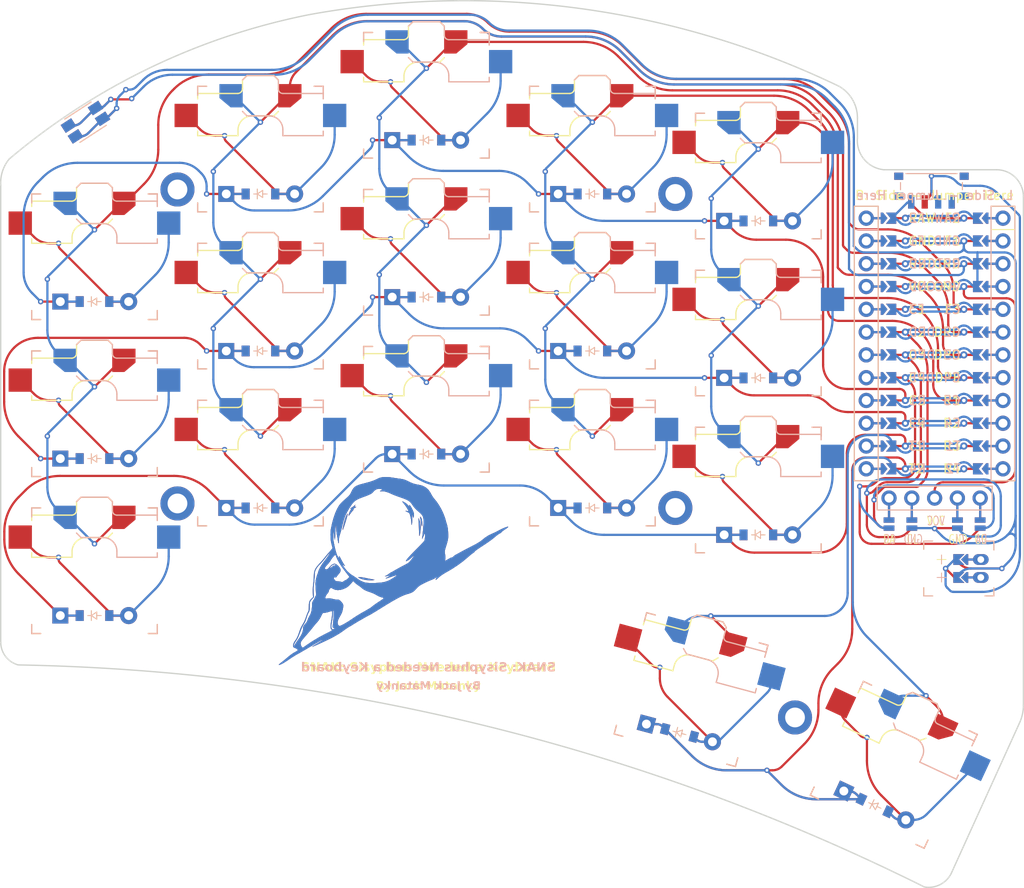
<source format=kicad_pcb>
(kicad_pcb (version 20221018) (generator pcbnew)
  (title_block (title "snak") (rev "0.1") (company "JackMatanky"))
  (layers (0 "F.Cu" signal) (31 "B.Cu" signal) (34 "B.Paste" user) (35 "F.Paste" user) (36 "B.SilkS" user "B.Silkscreen") (37 "F.SilkS" user "F.Silkscreen") (38 "B.Mask" user) (39 "F.Mask" user) (44 "Edge.Cuts" user))
  (net 0 "")
  (net 1 "C1")
  (net 2 "pinky_bot")
  (net 3 "pinky_mid")
  (net 4 "pinky_top")
  (net 5 "C2")
  (net 6 "ring_bot")
  (net 7 "ring_mid")
  (net 8 "ring_top")
  (net 9 "C3")
  (net 10 "middle_bot")
  (net 11 "middle_mid")
  (net 12 "middle_top")
  (net 13 "C4")
  (net 14 "index_bot")
  (net 15 "index_mid")
  (net 16 "index_top")
  (net 17 "C5")
  (net 18 "inner_bot")
  (net 19 "inner_mid")
  (net 20 "inner_top")
  (net 21 "T1")
  (net 22 "out_home")
  (net 23 "T2")
  (net 24 "in_home")
  (net 25 "R3")
  (net 26 "R2")
  (net 27 "R1")
  (net 28 "R4")
  (net 29 "RAW")
  (net 30 "GND")
  (net 31 "RST")
  (net 32 "VCC")
  (net 33 "F4")
  (net 34 "F2")
  (net 35 "F1")
  (net 36 "F3")
  (net 37 "DPD")
  (net 38 "DPC")
  (net 39 "DPE")
  (net 40 "MCU1_24")
  (net 41 "MCU1_1")
  (net 42 "MCU1_23")
  (net 43 "MCU1_2")
  (net 44 "MCU1_22")
  (net 45 "MCU1_3")
  (net 46 "MCU1_21")
  (net 47 "MCU1_4")
  (net 48 "MCU1_20")
  (net 49 "MCU1_5")
  (net 50 "MCU1_19")
  (net 51 "MCU1_6")
  (net 52 "MCU1_18")
  (net 53 "MCU1_7")
  (net 54 "MCU1_17")
  (net 55 "MCU1_8")
  (net 56 "MCU1_16")
  (net 57 "MCU1_9")
  (net 58 "MCU1_15")
  (net 59 "MCU1_10")
  (net 60 "MCU1_14")
  (net 61 "MCU1_11")
  (net 62 "MCU1_13")
  (net 63 "MCU1_12")
  (net 64 "DISP1_1")
  (net 65 "DISP1_2")
  (net 66 "DISP1_4")
  (net 67 "DISP1_5")
  (net 68 "pos")
  (net 69 "JST1_1")
  (net 70 "JST1_2")
  (footprint "VIA-0.6mm" (layer "F.Cu") (at 94.75 85)
    (fp_text reference "REF**" hide)
    (fp_text value "VIA-0.6mm" hide)
  )
  (footprint "ComboDiode" (layer "F.Cu") (at 186.986786 126.166529 -25)
    (fp_text reference "D17" hide)
    (fp_text value "" hide)
  )
  (footprint "VIA-0.6mm" (layer "F.Cu") (at 149.5 58)
    (fp_text reference "REF**" hide)
    (fp_text value "VIA-0.6mm" hide)
  )
  (footprint "ComboDiode" (layer "F.Cu") (at 155.5 58)
    (fp_text reference "D12" hide)
    (fp_text value "" hide)
  )
  (footprint "PG1350" (layer "F.Cu") (at 118.5 70.5)
    (fp_text reference "S5" hide)
    (fp_text value "")
  )
  (footprint "ComboDiode" (layer "F.Cu") (at 174 61)
    (fp_text reference "D15" hide)
    (fp_text value "" hide)
  )
  (footprint "VIA-0.6mm" (layer "F.Cu") (at 100 62)
    (fp_text reference "REF**" hide)
    (fp_text value "VIA-0.6mm" hide)
  )
  (footprint "VIA-0.6mm" (layer "F.Cu") (at 168 61)
    (fp_text reference "REF**" hide)
    (fp_text value "VIA-0.6mm" hide)
  )
  (footprint "ComboDiode" (layer "F.Cu") (at 155.5 75.5)
    (fp_text reference "D11" hide)
    (fp_text value "" hide)
  )
  (footprint "mounting_hole" (layer "F.Cu") (at 164.75 93)
    (fp_text reference "H4" hide)
    (fp_text value "")
  )
  (footprint "PG1350" (layer "F.Cu") (at 137 82)
    (fp_text reference "S7" hide)
    (fp_text value "")
  )
  (footprint "VIA-0.6mm" (layer "F.Cu") (at 174 88)
    (fp_text reference "REF**" hide)
    (fp_text value "VIA-0.6mm" hide)
  )
  (footprint "JST_PH_S2B-PH-K" (layer "F.Cu") (at 198.8 99.75 -90)
    (fp_text reference "JST1" hide)
    (fp_text value "")
  )
  (footprint "PG1350" (layer "F.Cu") (at 137 47)
    (fp_text reference "S9" hide)
    (fp_text value "")
  )
  (footprint "VIA-0.6mm" (layer "F.Cu") (at 151.5 51.5)
    (fp_text reference "REF**" hide)
    (fp_text value "VIA-0.6mm" hide)
  )
  (footprint "ComboDiode" (layer "F.Cu") (at 137 52)
    (fp_text reference "D9" hide)
    (fp_text value "" hide)
  )
  (footprint "VIA-0.6mm" (layer "F.Cu") (at 151.5 86.5)
    (fp_text reference "REF**" hide)
    (fp_text value "VIA-0.6mm" hide)
  )
  (footprint "mounting_hole" (layer "F.Cu") (at 109.25 92.5)
    (fp_text reference "H2" hide)
    (fp_text value "")
  )
  (footprint "VIA-0.6mm" (layer "F.Cu") (at 114.5 86.5)
    (fp_text reference "REF**" hide)
    (fp_text value "VIA-0.6mm" hide)
  )
  (footprint "PG1350" (layer "F.Cu") (at 189.099877 121.63499 -25)
    (fp_text reference "S17" hide)
    (fp_text value "")
  )
  (footprint "VIA-0.6mm" (layer "F.Cu") (at 186.9 92.1)
    (fp_text reference "REF**" hide)
    (fp_text value "VIA-0.6mm" hide)
  )
  (footprint "ComboDiode" (layer "F.Cu") (at 100 87.5)
    (fp_text reference "D2" hide)
    (fp_text value "" hide)
  )
  (footprint "ComboDiode" (layer "F.Cu") (at 155.5 93)
    (fp_text reference "D10" hide)
    (fp_text value "" hide)
  )
  (footprint "VIA-0.6mm" (layer "F.Cu") (at 94 70)
    (fp_text reference "REF**" hide)
    (fp_text value "VIA-0.6mm" hide)
  )
  (footprint "VIA-0.6mm" (layer "F.Cu") (at 151.5 69)
    (fp_text reference "REF**" hide)
    (fp_text value "VIA-0.6mm" hide)
  )
  (footprint "VIA-0.6mm" (layer "F.Cu") (at 102.469075 48.456613 123)
    (fp_text reference "REF**" hide)
    (fp_text value "VIA-0.6mm" hide)
  )
  (footprint "PG1350" (layer "F.Cu") (at 118.5 53)
    (fp_text reference "S6" hide)
    (fp_text value "")
  )
  (footprint "VIA-0.6mm" (layer "F.Cu") (at 114.5 69)
    (fp_text reference "REF**" hide)
    (fp_text value "VIA-0.6mm" hide)
  )
  (footprint "mounting_hole" (layer "F.Cu") (at 178.09111 116.355829 -15)
    (fp_text reference "H5" hide)
    (fp_text value "")
  )
  (footprint "VIA-0.6mm" (layer "F.Cu") (at 113.25 73)
    (fp_text reference "REF**" hide)
    (fp_text value "VIA-0.6mm" hide)
  )
  (footprint "nice!view" (layer "F.Cu") (at 193.65 75.2)
    (fp_text reference "DISP1" hide)
    (fp_text value "")
  )
  (footprint "VIA-0.6mm" (layer "F.Cu") (at 149.5 75.5)
    (fp_text reference "REF**" hide)
    (fp_text value "VIA-0.6mm" hide)
  )
  (footprint "PG1350" (layer "F.Cu") (at 155.5 70.5)
    (fp_text reference "S11" hide)
    (fp_text value "")
  )
  (footprint "graphics:sisyphus_kicad_img" (layer "F.Cu") (at 133.29 98.44)
    (fp_text reference "G***" hide)
    (fp_text value "LOGO" hide)
  )
  (footprint "mounting_hole" (layer "F.Cu") (at 109.25 57.5)
    (fp_text reference "H1" hide)
    (fp_text value "")
  )
  (footprint "power_switch" (layer "F.Cu") (at 193.3 57.15 90)
    (fp_text reference "SW1" hide)
    (fp_text value "")
  )
  (footprint "PG1350" (layer "F.Cu") (at 166.5 113.25 -15)
    (fp_text reference "S16" hide)
    (fp_text value "")
  )
  (footprint "VIA-0.6mm" (layer "F.Cu") (at 133 45.5)
    (fp_text reference "REF**" hide)
    (fp_text value "VIA-0.6mm" hide)
  )
  (footprint "VIA-0.6mm" (layer "F.Cu") (at 170 54.5)
    (fp_text reference "REF**" hide)
    (fp_text value "VIA-0.6mm" hide)
  )
  (footprint "VIA-0.6mm" (layer "F.Cu") (at 113.25 55.5)
    (fp_text reference "REF**" hide)
    (fp_text value "VIA-0.6mm" hide)
  )
  (footprint "ComboDiode" (layer "F.Cu") (at 137 69.5)
    (fp_text reference "D8" hide)
    (fp_text value "" hide)
  )
  (footprint "VIA-0.6mm" (layer "F.Cu") (at 100 97)
    (fp_text reference "REF**" hide)
    (fp_text value "VIA-0.6mm" hide)
  )
  (footprint "VIA-0.6mm" (layer "F.Cu") (at 168.75 58.5)
    (fp_text reference "REF**" hide)
    (fp_text value "VIA-0.6mm" hide)
  )
  (footprint "VIA-0.6mm" (layer "F.Cu") (at 155.5 85)
    (fp_text reference "REF**" hide)
    (fp_text value "VIA-0.6mm" hide)
  )
  (footprint "VIA-0.6mm" (layer "F.Cu") (at 170 72)
    (fp_text reference "REF**" hide)
    (fp_text value "VIA-0.6mm" hide)
  )
  (footprint "ComboDiode" (layer "F.Cu") (at 165.205905 118.079629 -15)
    (fp_text reference "D16" hide)
    (fp_text value "" hide)
  )
  (footprint "graphics:sisyphus_text" (layer "F.Cu") (at 137.22 111.89)
    (fp_text reference "REF**" hide)
    (fp_text value "sisyphus_text" hide)
  )
  (footprint "PG1350" (layer "F.Cu") (at 174 73.5)
    (fp_text reference "S14" hide)
    (fp_text value "")
  )
  (footprint "VIA-0.6mm" (layer "F.Cu") (at 131.75 67)
    (fp_text reference "REF**" hide)
    (fp_text value "VIA-0.6mm" hide)
  )
  (footprint "sw_reset_side" (layer "F.Cu") (at 99 50 123)
    (fp_text reference "SW2" hide)
    (fp_text value "")
  )
  (footprint "ComboDiode" (layer "F.Cu") (at 100 70)
    (fp_text reference "D3" hide)
    (fp_text value "" hide)
  )
  (footprint "VIA-0.6mm" (layer "F.Cu") (at 94.75 67.5)
    (fp_text reference "REF**" hide)
    (fp_text value "VIA-0.6mm" hide)
  )
  (footprint "PG1350" (layer "F.Cu") (at 155.5 88)
    (fp_text reference "S10" hide)
    (fp_text value "")
  )
  (footprint "PG1350" (layer "F.Cu") (at 174 56)
    (fp_text reference "S15" hide)
    (fp_text value "")
  )
  (footprint "PG1350" (layer "F.Cu") (at 100 82.5)
    (fp_text reference "S2" hide)
    (fp_text value "")
  )
  (footprint "VIA-0.6mm" (layer "F.Cu") (at 133 63)
    (fp_text reference "REF**" hide)
    (fp_text value "VIA-0.6mm" hide)
  )
  (footprint "PG1350" (layer "F.Cu") (at 174 91)
    (fp_text reference "S13" hide)
    (fp_text value "")
  )
  (footprint "VIA-0.6mm" (layer "F.Cu") (at 101.820954 47.458595 123)
    (fp_text reference "REF**" hide)
    (fp_text value "VIA-0.6mm" hide)
  )
  (footprint "VIA-0.6mm" (layer "F.Cu") (at 96 98.5)
    (fp_text reference "REF**" hide)
    (fp_text value "VIA-0.6mm" hide)
  )
  (footprint "VIA-0.6mm" (layer "F.Cu") (at 131 69.5)
    (fp_text reference "REF**" hide)
    (fp_text value "VIA-0.6mm" hide)
  )
  (footprint "VIA-0.6mm" (layer "F.Cu") (at 114.5 51.5)
    (fp_text reference "REF**" hide)
    (fp_text value "VIA-0.6mm" hide)
  )
  (footprint "VIA-0.6mm" (layer "F.Cu") (at 112.5 58)
    (fp_text reference "REF**" hide)
    (fp_text value "VIA-0.6mm" hide)
  )
  (footprint "VIA-0.6mm" (layer "F.Cu") (at 96 81)
    (fp_text reference "REF**" hide)
    (fp_text value "VIA-0.6mm" hide)
  )
  (footprint "nice_nano" (layer "F.Cu") (at 193.65 73.4)
    (fp_text reference "MCU1" hide)
    (fp_text value "")
  )
  (footprint "VIA-0.6mm" (layer "F.Cu") (at 118.5 67.5)
    (fp_text reference "REF**" hide)
    (fp_text value "VIA-0.6mm" hide)
  )
  (footprint "VIA-0.6mm" (layer "F.Cu") (at 112.5 75.5)
    (fp_text reference "REF**" hide)
    (fp_text value "VIA-0.6mm" hide)
  )
  (footprint "VIA-0.6mm" (layer "F.Cu") (at 186.1 91.35)
    (fp_text reference "REF**" hide)
    (fp_text value "VIA-0.6mm" hide)
  )
  (footprint "ComboDiode" (layer "F.Cu") (at 118.5 93)
    (fp_text reference "D4" hide)
    (fp_text value "" hide)
  )
  (footprint "ComboDiode" (layer "F.Cu") (at 174 96)
    (fp_text reference "D13" hide)
    (fp_text value "" hide)
  )
  (footprint "VIA-0.6mm" (layer "F.Cu") (at 186.108573 118.585056 -25)
    (fp_text reference "REF**" hide)
    (fp_text value "VIA-0.6mm" hide)
  )
  (footprint "PG1350" (layer "F.Cu") (at 118.5 88)
    (fp_text reference "S4" hide)
    (fp_text value "")
  )
  (footprint "VIA-0.6mm" (layer "F.Cu") (at 104.146416 47.367335 123)
    (fp_text reference "REF**" hide)
    (fp_text value "VIA-0.6mm" hide)
  )
  (footprint "VIA-0.6mm" (layer "F.Cu") (at 137 79)
    (fp_text reference "REF**" hide)
    (fp_text value "VIA-0.6mm" hide)
  )
  (footprint "VIA-0.6mm" (layer "F.Cu") (at 118.5 85)
    (fp_text reference "REF**" hide)
    (fp_text value "VIA-0.6mm" hide)
  )
  (footprint "VIA-0.6mm" (layer "F.Cu") (at 168 78.5)
    (fp_text reference "REF**" hide)
    (fp_text value "VIA-0.6mm" hide)
  )
  (footprint "VIA-0.6mm" (layer "F.Cu") (at 193.3 56.0125 90)
    (fp_text reference "REF**" hide)
    (fp_text value "VIA-0.6mm" hide)
  )
  (footprint "VIA-0.6mm" (layer "F.Cu") (at 201.15 99.75 -90)
    (fp_text reference "REF**" hide)
    (fp_text value "VIA-0.6mm" hide)
  )
  (footprint "ComboDiode" (layer "F.Cu") (at 137 87)
    (fp_text reference "D7" hide)
    (fp_text value "" hide)
  )
  (footprint "VIA-0.6mm" (layer "F.Cu") (at 193.65 95.3)
    (fp_text reference "REF**" hide)
    (fp_text value "VIA-0.6mm" hide)
  )
  (footprint "ComboDiode" (layer "F.Cu") (at 118.5 58)
    (fp_text reference "D6" hide)
    (fp_text value "" hide)
  )
  (footprint "VIA-0.6mm" (layer "F.Cu") (at 96 63.5)
    (fp_text reference "REF**" hide)
    (fp_text value "VIA-0.6mm" hide)
  )
  (footprint "VIA-0.6mm" (layer "F.Cu") (at 131 52)
    (fp_text reference "REF**" hide)
    (fp_text value "VIA-0.6mm" hide)
  )
  (footprint "VIA-0.6mm" (layer "F.Cu") (at 168.75 76)
    (fp_text reference "REF**" hide)
    (fp_text value "VIA-0.6mm" hide)
  )
  (footprint "VIA-0.6mm" (layer "F.Cu") (at 100 79.5)
    (fp_text reference "REF**" hide)
    (fp_text value "VIA-0.6mm" hide)
  )
  (footprint "ComboDiode" (layer "F.Cu") (at 174 78.5)
    (fp_text reference "D14" hide)
    (fp_text value "" hide)
  )
  (footprint "PG1350" (layer "F.Cu") (at 100 65)
    (fp_text reference "S3" hide)
    (fp_text value "")
  )
  (footprint "VIA-0.6mm" (layer "F.Cu") (at 192.692132 113.931374 -25)
    (fp_text reference "REF**" hide)
    (fp_text value "VIA-0.6mm" hide)
  )
  (footprint "VIA-0.6mm" (layer "F.Cu") (at 155.5 50)
    (fp_text reference "REF**" hide)
    (fp_text value "VIA-0.6mm" hide)
  )
  (footprint "VIA-0.6mm" (layer "F.Cu") (at 170 89.5)
    (fp_text reference "REF**" hide)
    (fp_text value "VIA-0.6mm" hide)
  )
  (footprint "VIA-0.6mm" (layer "F.Cu") (at 185.3 90.6)
    (fp_text reference "REF**" hide)
    (fp_text value "VIA-0.6mm" hide)
  )
  (footprint "VIA-0.6mm" (layer "F.Cu") (at 174.959897 122.246118 -15)
    (fp_text reference "REF**" hide)
    (fp_text value "VIA-0.6mm" hide)
  )
  (footprint "VIA-0.6mm" (layer "F.Cu") (at 103.498296 46.369317 123)
    (fp_text reference "REF**" hide)
    (fp_text value "VIA-0.6mm" hide)
  )
  (footprint "VIA-0.6mm" (layer "F.Cu") (at 174 53)
    (fp_text reference "REF**" hide)
    (fp_text value "VIA-0.6mm" hide)
  )
  (footprint "VIA-0.6mm" (layer "F.Cu") (at 94 87.5)
    (fp_text reference "REF**" hide)
    (fp_text value "VIA-0.6mm" hide)
  )
  (footprint "VIA-0.6mm" (layer "F.Cu") (at 174 70.5)
    (fp_text reference "REF**" hide)
    (fp_text value "VIA-0.6mm" hide)
  )
  (footprint "VIA-0.6mm" (layer "F.Cu") (at 131.75 49.5)
    (fp_text reference "REF**" hide)
    (fp_text value "VIA-0.6mm" hide)
  )
  (footprint "VIA-0.6mm" (layer "F.Cu") (at 137 44)
    (fp_text reference "REF**" hide)
    (fp_text value "VIA-0.6mm" hide)
  )
  (footprint "VIA-0.6mm" (layer "F.Cu") (at 150.25 55.5)
    (fp_text reference "REF**" hide)
    (fp_text value "VIA-0.6mm" hide)
  )
  (footprint "VIA-0.6mm" (layer "F.Cu") (at 150.25 73)
    (fp_text reference "REF**" hide)
    (fp_text value "VIA-0.6mm" hide)
  )
  (footprint "VIA-0.6mm" (layer "F.Cu") (at 118.5 50)
    (fp_text reference "REF**" hide)
    (fp_text value "VIA-0.6mm" hide)
  )
  (footprint "VIA-0.6mm" (layer "F.Cu") (at 133 80.5)
    (fp_text reference "REF**" hide)
    (fp_text value "VIA-0.6mm" hide)
  )
  (footprint "PG1350" (layer "F.Cu") (at 100 100)
    (fp_text reference "S1" hide)
    (fp_text value "")
  )
  (footprint "PG1350" (layer "F.Cu") (at 155.5 53)
    (fp_text reference "S12" hide)
    (fp_text value "")
  )
  (footprint "VIA-0.6mm" (layer "F.Cu") (at 155.5 67.5)
    (fp_text reference "REF**" hide)
    (fp_text value "VIA-0.6mm" hide)
  )
  (footprint "VIA-0.6mm" (layer "F.Cu") (at 137 61.5)
    (fp_text reference "REF**" hide)
    (fp_text value "VIA-0.6mm" hide)
  )
  (footprint "PG1350" (layer "F.Cu") (at 137 64.5)
    (fp_text reference "S8" hide)
    (fp_text value "")
  )
  (footprint "VIA-0.6mm" (layer "F.Cu") (at 168.699962 105.039631 -15)
    (fp_text reference "REF**" hide)
    (fp_text value "VIA-0.6mm" hide)
  )
  (footprint "VIA-0.6mm" (layer "F.Cu") (at 163.024525 110.765835 -15)
    (fp_text reference "REF**" hide)
    (fp_text value "VIA-0.6mm" hide)
  )
  (footprint "ComboDiode" (layer "F.Cu") (at 100 105)
    (fp_text reference "D1" hide)
    (fp_text value "" hide)
  )
  (footprint "mounting_hole" (layer "F.Cu") (at 164.75 58)
    (fp_text reference "H3" hide)
    (fp_text value "")
  )
  (footprint "VIA-0.6mm" (layer "F.Cu") (at 194.875 99.75 -90)
    (fp_text reference "REF**" hide)
    (fp_text value "VIA-0.6mm" hide)
  )
  (footprint "ComboDiode" (layer "F.Cu") (at 118.5 75.5)
    (fp_text reference "D5" hide)
    (fp_text value "" hide)
  )
  (gr_line (start 203.55 58.3) (end 203.55 115) (stroke (width 0.15)) (layer "Edge.Cuts"))
  (gr_arc (start 91.5 110.5) (mid 143.38191 117.23569) (end 192.5 135.25) (stroke (width 0.15)) (layer "Edge.Cuts"))
  (gr_arc (start 200.55 55.3) (mid 202.671321 56.178679) (end 203.55 58.3) (stroke (width 0.15)) (layer "Edge.Cuts"))
  (gr_arc (start 124 38) (mid 154.133538 37.327659) (end 183 46) (stroke (width 0.15)) (layer "Edge.Cuts"))
  (gr_line (start 203.1 117) (end 195.5 133.75) (stroke (width 0.15)) (layer "Edge.Cuts"))
  (gr_arc (start 90.5 54.1) (mid 106.225911 43.919131) (end 124 38) (stroke (width 0.15)) (layer "Edge.Cuts"))
  (gr_arc (start 89.55 57) (mid 89.749709 55.459818) (end 90.5 54.1) (stroke (width 0.15)) (layer "Edge.Cuts"))
  (gr_arc (start 188 55.3) (mid 185.789771 54.135965) (end 185.05 51.75) (stroke (width 0.15)) (layer "Edge.Cuts"))
  (gr_line (start 89.55 108) (end 89.55 57) (stroke (width 0.15)) (layer "Edge.Cuts"))
  (gr_arc (start 203.55 115) (mid 203.434518 116.024642) (end 203.1 117) (stroke (width 0.15)) (layer "Edge.Cuts"))
  (gr_arc (start 91.5 110.5) (mid 90.105981 109.576835) (end 89.55 108) (stroke (width 0.15)) (layer "Edge.Cuts"))
  (gr_line (start 188 55.3) (end 200.55 55.3) (stroke (width 0.15)) (layer "Edge.Cuts"))
  (gr_line (start 185.05 51.75) (end 185.05 49.5) (stroke (width 0.15)) (layer "Edge.Cuts"))
  (gr_arc (start 195.5 133.75) (mid 194.247565 134.995129) (end 192.5 135.25) (stroke (width 0.15)) (layer "Edge.Cuts"))
  (gr_arc (start 183 46) (mid 184.493911 47.475352) (end 185.05 49.5) (stroke (width 0.15)) (layer "Edge.Cuts"))
  (segment (start 195.77 70.160086) (end 195.77 68.73) (width 0.25) (layer "F.Cu") (net 1))
  (segment (start 185.259012 61.95) (end 188.456036 61.95) (width 0.25) (layer "F.Cu") (net 1))
  (segment (start 194.553776 65.793776) (end 192.303792 63.543792) (width 0.25) (layer "F.Cu") (net 1))
  (segment (start 196.469913 70.86) (end 196.912 70.86) (width 0.25) (layer "F.Cu") (net 1))
  (segment (start 141.486999 37.93) (end 130.283963 37.93) (width 0.25) (layer "F.Cu") (net 1))
  (segment (start 184.175 61.315) (end 184.24 61.38) (width 0.25) (layer "F.Cu") (net 1))
  (segment (start 102.835095 94.164904) (end 100 97) (width 0.25) (layer "F.Cu") (net 1))
  (segment (start 184.11 52.413963) (end 184.11 61.204038) (width 0.25) (layer "F.Cu") (net 1))
  (segment (start 102.835095 59.164904) (end 100 62) (width 0.25) (layer "F.Cu") (net 1))
  (segment (start 122.873792 43.086207) (end 126.436207 39.523792) (width 0.25) (layer "F.Cu") (net 1))
  (segment (start 107.11 53.046036) (end 107.11 50.303963) (width 0.25) (layer "F.Cu") (net 1))
  (segment (start 164.833963 45.19) (end 176.886036 45.19) (width 0.25) (layer "F.Cu") (net 1))
  (segment (start 102.835095 76.664904) (end 100 79.5) (width 0.25) (layer "F.Cu") (net 1))
  (segment (start 105.516207 56.893792) (end 103.390052 59.019947) (width 0.25) (layer "F.Cu") (net 1))
  (segment (start 160.986207 43.596207) (end 158.883792 41.493792) (width 0.25) (layer "F.Cu") (net 1))
  (segment (start 184.24 61.38) (end 184.4925 61.6325) (width 0.25) (layer "F.Cu") (net 1))
  (segment (start 184.175 61.315) (end 184.1425 61.2825) (width 0.25) (layer "F.Cu") (net 1))
  (segment (start 198.43 70.86) (end 196.91 70.86) (width 0.25) (layer "F.Cu") (net 1))
  (segment (start 108.886206 46.273792) (end 108.703792 46.456207) (width 0.25) (layer "F.Cu") (net 1))
  (segment (start 146.243 39.9) (end 155.036036 39.9) (width 0.25) (layer "F.Cu") (net 1))
  (segment (start 180.733792 46.783792) (end 182.516207 48.566207) (width 0.25) (layer "F.Cu") (net 1))
  (segment (start 119.026036 44.68) (end 112.733963 44.68) (width 0.25) (layer "F.Cu") (net 1))
  (arc (start 184.1425 61.2825) (mid 184.118446 61.246501) (end 184.11 61.204038) (width 0.25) (layer "F.Cu") (net 1))
  (arc (start 184.11 52.413963) (mid 183.695786 50.331572) (end 182.516207 48.566207) (width 0.25) (layer "F.Cu") (net 1))
  (arc (start 126.436207 39.523792) (mid 128.201572 38.344213) (end 130.283963 37.93) (width 0.25) (layer "F.Cu") (net 1))
  (arc (start 195.77 68.73) (mid 195.453913 67.140927) (end 194.553776 65.793776) (width 0.25) (layer "F.Cu") (net 1))
  (arc (start 180.733792 46.783792) (mid 178.968426 45.604213) (end 176.886036 45.19) (width 0.25) (layer "F.Cu") (net 1))
  (arc (start 107.11 53.046036) (mid 106.695786 55.128426) (end 105.516207 56.893792) (width 0.25) (layer "F.Cu") (net 1))
  (arc (start 108.886206 46.273792) (mid 110.651572 45.094213) (end 112.733963 44.68) (width 0.25) (layer "F.Cu") (net 1))
  (arc (start 184.4925 61.6325) (mid 184.844178 61.867484) (end 185.259012 61.95) (width 0.25) (layer "F.Cu") (net 1))
  (arc (start 155.036036 39.9) (mid 157.118426 40.314213) (end 158.883792 41.493792) (width 0.25) (layer "F.Cu") (net 1))
  (arc (start 107.11 50.303963) (mid 107.524213 48.221572) (end 108.703792 46.456207) (width 0.25) (layer "F.Cu") (net 1))
  (arc (start 195.975 70.655) (mid 196.202068 70.806722) (end 196.469913 70.86) (width 0.25) (layer "F.Cu") (net 1))
  (arc (start 160.986207 43.596207) (mid 162.751572 44.775786) (end 164.833963 45.19) (width 0.25) (layer "F.Cu") (net 1))
  (arc (start 122.873792 43.086207) (mid 121.108426 44.265786) (end 119.026036 44.68) (width 0.25) (layer "F.Cu") (net 1))
  (arc (start 141.486999 37.93) (mid 142.773963 38.185993) (end 143.865 38.915) (width 0.25) (layer "F.Cu") (net 1))
  (arc (start 195.77 70.160086) (mid 195.823277 70.427931) (end 195.975 70.655) (width 0.25) (layer "F.Cu") (net 1))
  (arc (start 146.243 39.9) (mid 144.956035 39.644006) (end 143.865 38.915) (width 0.25) (layer "F.Cu") (net 1))
  (arc (start 192.303792 63.543792) (mid 190.538426 62.364213) (end 188.456036 61.95) (width 0.25) (layer "F.Cu") (net 1))
  (segment (start 94.75 85) (end 94.75 85.25) (width 0.25) (layer "B.Cu") (net 1))
  (segment (start 94.838388 84.661611) (end 100 79.5) (width 0.25) (layer "B.Cu") (net 1))
  (segment (start 190.39 71.59) (end 190.474811 71.59) (width 0.25) (layer "B.Cu") (net 1))
  (segment (start 100 62) (end 97.164904 59.164904) (width 0.25) (layer "B.Cu") (net 1))
  (segment (start 94.75 67.5) (end 94.75 67.75) (width 0.25) (layer "B.Cu") (net 1))
  (segment (start 191.106511 71.213582) (end 190.924999 71.399999) (width 0.25) (layer "B.Cu") (net 1))
  (segment (start 100 62) (end 94.838388 67.161611) (width 0.25) (layer "B.Cu") (net 1))
  (segment (start 97.164904 76.664904) (end 100 79.5) (width 0.25) (layer "B.Cu") (net 1))
  (segment (start 191.263639 71.11) (end 196.483223 71.11) (width 0.25) (layer "B.Cu") (net 1))
  (segment (start 191.113535 71.196464) (end 191.154999 71.154999) (width 0.25) (layer "B.Cu") (net 1))
  (segment (start 97.164904 94.164904) (end 100 97) (width 0.25) (layer "B.Cu") (net 1))
  (segment (start 94.75 90.678464) (end 94.75 85.25) (width 0.25) (layer "B.Cu") (net 1))
  (segment (start 189.792512 71.342512) (end 189.462027 71.012027) (width 0.25) (layer "B.Cu") (net 1))
  (segment (start 94.75 67.75) (end 94.75 73.178464) (width 0.25) (layer "B.Cu") (net 1))
  (arc (start 94.75 90.678464) (mid 95.006642 91.968695) (end 95.7375 93.0625) (width 0.25) (layer "B.Cu") (net 1))
  (arc (start 95.7375 75.5625) (mid 95.006642 74.468695) (end 94.75 73.178464) (width 0.25) (layer "B.Cu") (net 1))
  (arc (start 189.792512 71.342512) (mid 190.066642 71.525679) (end 190.39 71.59) (width 0.25) (layer "B.Cu") (net 1))
  (arc (start 190.924999 71.399999) (mid 190.719131 71.540554) (end 190.474811 71.59) (width 0.25) (layer "B.Cu") (net 1))
  (arc (start 191.11 71.205) (mid 191.110918 71.20038) (end 191.113535 71.196464) (width 0.25) (layer "B.Cu") (net 1))
  (arc (start 191.106511 71.213582) (mid 191.109094 71.209631) (end 191.11 71.205) (width 0.25) (layer "B.Cu") (net 1))
  (arc (start 191.263639 71.11) (mid 191.204843 71.121694) (end 191.154999 71.154999) (width 0.25) (layer "B.Cu") (net 1))
  (arc (start 94.75 67.375) (mid 94.772971 67.259514) (end 94.838388 67.161611) (width 0.25) (layer "B.Cu") (net 1))
  (arc (start 196.785 70.985) (mid 196.646543 71.077513) (end 196.483223 71.11) (width 0.25) (layer "B.Cu") (net 1))
  (arc (start 94.838388 84.661611) (mid 94.772971 84.759514) (end 94.75 84.875) (width 0.25) (layer "B.Cu") (net 1))
  (arc (start 189.095 70.86) (mid 189.293633 70.89951) (end 189.462027 71.012027) (width 0.25) (layer "B.Cu") (net 1))
  (segment (start 93.259054 97.784054) (end 91.725 96.25) (width 0.25) (layer "F.Cu") (net 2))
  (segment (start 95.7725 98.5) (end 94.9875 98.5) (width 0.25) (layer "F.Cu") (net 2))
  (segment (start 96.160866 99.115865) (end 102.045001 105) (width 0.25) (layer "F.Cu") (net 2))
  (segment (start 103.81 105) (end 101.65 105) (width 0.25) (layer "F.Cu") (net 2))
  (segment (start 103.81 105) (end 102.045001 105) (width 0.25) (layer "F.Cu") (net 2))
  (arc (start 95.7725 98.5) (mid 95.933366 98.566632) (end 96 98.727499) (width 0.25) (layer "F.Cu") (net 2))
  (arc (start 96.160866 99.115865) (mid 96.041807 98.937681) (end 96 98.727499) (width 0.25) (layer "F.Cu") (net 2))
  (arc (start 93.259054 97.784054) (mid 94.052071 98.313931) (end 94.9875 98.5) (width 0.25) (layer "F.Cu") (net 2))
  (segment (start 106.760023 102.049976) (end 103.81 105) (width 0.25) (layer "B.Cu") (net 2))
  (segment (start 103.81 105) (end 101.65 105) (width 0.25) (layer "B.Cu") (net 2))
  (segment (start 108.275 98.3925) (end 108.275 96.25) (width 0.25) (layer "B.Cu") (net 2))
  (arc (start 106.760023 102.049976) (mid 107.88127 100.371911) (end 108.275 98.3925) (width 0.25) (layer "B.Cu") (net 2))
  (segment (start 94.9875 81) (end 95.88625 81) (width 0.25) (layer "F.Cu") (net 3))
  (segment (start 102.045001 87.5) (end 103.81 87.5) (width 0.25) (layer "F.Cu") (net 3))
  (segment (start 93.259054 80.284054) (end 91.725 78.75) (width 0.25) (layer "F.Cu") (net 3))
  (segment (start 103.81 87.5) (end 101.65 87.5) (width 0.25) (layer "F.Cu") (net 3))
  (segment (start 96 81.227499) (end 96 81.113749) (width 0.25) (layer "F.Cu") (net 3))
  (segment (start 102.045001 87.5) (end 96.160866 81.615865) (width 0.25) (layer "F.Cu") (net 3))
  (arc (start 96 81.227499) (mid 96.041807 81.437681) (end 96.160866 81.615865) (width 0.25) (layer "F.Cu") (net 3))
  (arc (start 94.9875 81) (mid 94.052071 80.813931) (end 93.259054 80.284054) (width 0.25) (layer "F.Cu") (net 3))
  (segment (start 108.275 80.8925) (end 108.275 78.75) (width 0.25) (layer "B.Cu") (net 3))
  (segment (start 103.81 87.5) (end 106.760023 84.549976) (width 0.25) (layer "B.Cu") (net 3))
  (segment (start 103.81 87.5) (end 101.65 87.5) (width 0.25) (layer "B.Cu") (net 3))
  (arc (start 108.275 80.8925) (mid 107.88127 82.871911) (end 106.760023 84.549976) (width 0.25) (layer "B.Cu") (net 3))
  (segment (start 93.259054 62.784054) (end 91.725 61.25) (width 0.25) (layer "F.Cu") (net 4))
  (segment (start 103.81 70) (end 101.65 70) (width 0.25) (layer "F.Cu") (net 4))
  (segment (start 103.81 70) (end 102.045001 70) (width 0.25) (layer "F.Cu") (net 4))
  (segment (start 96.160866 64.115865) (end 102.045001 70) (width 0.25) (layer "F.Cu") (net 4))
  (segment (start 94.9875 63.5) (end 95.7725 63.5) (width 0.25) (layer "F.Cu") (net 4))
  (arc (start 93.259054 62.784054) (mid 94.052071 63.313931) (end 94.9875 63.5) (width 0.25) (layer "F.Cu") (net 4))
  (arc (start 96.160866 64.115865) (mid 96.041807 63.937681) (end 96 63.727499) (width 0.25) (layer "F.Cu") (net 4))
  (arc (start 96 63.727499) (mid 95.933366 63.566632) (end 95.7725 63.5) (width 0.25) (layer "F.Cu") (net 4))
  (segment (start 103.81 70) (end 101.65 70) (width 0.25) (layer "B.Cu") (net 4))
  (segment (start 108.275 63.3925) (end 108.275 61.25) (width 0.25) (layer "B.Cu") (net 4))
  (segment (start 106.760023 67.049976) (end 103.81 70) (width 0.25) (layer "B.Cu") (net 4))
  (arc (start 106.760023 67.049976) (mid 107.88127 65.371911) (end 108.275 63.3925) (width 0.25) (layer "B.Cu") (net 4))
  (segment (start 192.453792 66.153792) (end 193.745179 67.445179) (width 0.25) (layer "F.Cu") (net 5))
  (segment (start 196.023553 73.4) (end 196.912 73.4) (width 0.25) (layer "F.Cu") (net 5))
  (segment (start 181.846207 48.926207) (end 180.313792 47.393792) (width 0.25) (layer "F.Cu") (net 5))
  (segment (start 164.623963 45.8) (end 176.466036 45.8) (width 0.25) (layer "F.Cu") (net 5))
  (segment (start 130.413963 38.73) (end 141.196705 38.73) (width 0.25) (layer "F.Cu") (net 5))
  (segment (start 195.17 72.546446) (end 195.17 70.885) (width 0.25) (layer "F.Cu") (net 5))
  (segment (start 121.335095 82.164904) (end 118.5 85) (width 0.25) (layer "F.Cu") (net 5))
  (segment (start 158.623792 42.053792) (end 160.776207 44.206207) (width 0.25) (layer "F.Cu") (net 5))
  (segment (start 198.43 73.4) (end 196.91 73.4) (width 0.25) (layer "F.Cu") (net 5))
  (segment (start 183.44 63.686862) (end 183.44 52.773963) (width 0.25) (layer "F.Cu") (net 5))
  (segment (start 126.566207 40.323792) (end 122.459125 44.430874) (width 0.25) (layer "F.Cu") (net 5))
  (segment (start 183.6 63.96) (end 183.52 63.88) (width 0.25) (layer "F.Cu") (net 5))
  (segment (start 183.6 63.96) (end 183.9 64.26) (width 0.25) (layer "F.Cu") (net 5))
  (segment (start 121.335095 64.664904) (end 118.5 67.5) (width 0.25) (layer "F.Cu") (net 5))
  (segment (start 184.624264 64.56) (end 188.606036 64.56) (width 0.25) (layer "F.Cu") (net 5))
  (segment (start 121.335095 47.164904) (end 118.5 50) (width 0.25) (layer "F.Cu") (net 5))
  (segment (start 154.776036 40.46) (end 145.373294 40.46) (width 0.25) (layer "F.Cu") (net 5))
  (arc (start 154.776036 40.46) (mid 156.858426 40.874213) (end 158.623792 42.053792) (width 0.25) (layer "F.Cu") (net 5))
  (arc (start 188.606036 64.56) (mid 190.688426 64.974213) (end 192.453792 66.153792) (width 0.25) (layer "F.Cu") (net 5))
  (arc (start 145.373294 40.46) (mid 144.243117 40.235193) (end 143.285 39.595) (width 0.25) (layer "F.Cu") (net 5))
  (arc (start 195.17 72.546446) (mid 195.234972 72.873087) (end 195.42 73.15) (width 0.25) (layer "F.Cu") (net 5))
  (arc (start 193.745179 67.445179) (mid 194.799701 69.023382) (end 195.17 70.885) (width 0.25) (layer "F.Cu") (net 5))
  (arc (start 160.776207 44.206207) (mid 162.541572 45.385786) (end 164.623963 45.8) (width 0.25) (layer "F.Cu") (net 5))
  (arc (start 183.44 63.686862) (mid 183.460791 63.791387) (end 183.52 63.88) (width 0.25) (layer "F.Cu") (net 5))
  (arc (start 141.196705 38.73) (mid 142.326882 38.954806) (end 143.285 39.595) (width 0.25) (layer "F.Cu") (net 5))
  (arc (start 181.846207 48.926207) (mid 183.025786 50.691572) (end 183.44 52.773963) (width 0.25) (layer "F.Cu") (net 5))
  (arc (start 176.466036 45.8) (mid 178.548426 46.214213) (end 180.313792 47.393792) (width 0.25) (layer "F.Cu") (net 5))
  (arc (start 184.624264 64.56) (mid 184.232295 64.482032) (end 183.9 64.26) (width 0.25) (layer "F.Cu") (net 5))
  (arc (start 196.023553 73.4) (mid 195.696912 73.335027) (end 195.42 73.15) (width 0.25) (layer "F.Cu") (net 5))
  (arc (start 126.566207 40.323792) (mid 128.331572 39.144213) (end 130.413963 38.73) (width 0.25) (layer "F.Cu") (net 5))
  (arc (start 121.775 46.0825) (mid 121.952798 45.188646) (end 122.459125 44.430874) (width 0.25) (layer "F.Cu") (net 5))
  (segment (start 113.25 55.5) (end 113.25 55.75) (width 0.25) (layer "B.Cu") (net 5))
  (segment (start 191.113535 73.736464) (end 191.154999 73.694999) (width 0.25) (layer "B.Cu") (net 5))
  (segment (start 191.106511 73.753582) (end 190.924999 73.939999) (width 0.25) (layer "B.Cu") (net 5))
  (segment (start 118.5 67.5) (end 113.338388 72.661611) (width 0.25) (layer "B.Cu") (net 5))
  (segment (start 115.664904 47.164904) (end 118.5 50) (width 0.25) (layer "B.Cu") (net 5))
  (segment (start 113.25 73.25) (end 113.25 78.678464) (width 0.25) (layer "B.Cu") (net 5))
  (segment (start 113.338388 55.161611) (end 118.5 50) (width 0.25) (layer "B.Cu") (net 5))
  (segment (start 190.39 74.13) (end 190.474811 74.13) (width 0.25) (layer "B.Cu") (net 5))
  (segment (start 189.792512 73.882512) (end 189.462027 73.552027) (width 0.25) (layer "B.Cu") (net 5))
  (segment (start 191.263639 73.65) (end 196.483223 73.65) (width 0.25) (layer "B.Cu") (net 5))
  (segment (start 115.664904 64.664904) (end 118.5 67.5) (width 0.25) (layer "B.Cu") (net 5))
  (segment (start 115.664904 82.164904) (end 118.5 85) (width 0.25) (layer "B.Cu") (net 5))
  (segment (start 113.25 73) (end 113.25 73.25) (width 0.25) (layer "B.Cu") (net 5))
  (segment (start 113.25 55.75) (end 113.25 61.178464) (width 0.25) (layer "B.Cu") (net 5))
  (arc (start 114.2375 63.5625) (mid 113.506642 62.468695) (end 113.25 61.178464) (width 0.25) (layer "B.Cu") (net 5))
  (arc (start 114.2375 81.0625) (mid 113.506642 79.968695) (end 113.25 78.678464) (width 0.25) (layer "B.Cu") (net 5))
  (arc (start 191.106511 73.753582) (mid 191.109094 73.749631) (end 191.11 73.745) (width 0.25) (layer "B.Cu") (net 5))
  (arc (start 191.263639 73.65) (mid 191.204843 73.661694) (end 191.154999 73.694999) (width 0.25) (layer "B.Cu") (net 5))
  (arc (start 189.095 73.4) (mid 189.293633 73.43951) (end 189.462027 73.552027) (width 0.25) (layer "B.Cu") (net 5))
  (arc (start 189.792512 73.882512) (mid 190.066642 74.065679) (end 190.39 74.13) (width 0.25) (layer "B.Cu") (net 5))
  (arc (start 113.25 72.875) (mid 113.272971 72.759514) (end 113.338388 72.661611) (width 0.25) (layer "B.Cu") (net 5))
  (arc (start 191.11 73.745) (mid 191.110918 73.74038) (end 191.113535 73.736464) (width 0.25) (layer "B.Cu") (net 5))
  (arc (start 113.338388 55.161611) (mid 113.272971 55.259514) (end 113.25 55.375) (width 0.25) (layer "B.Cu") (net 5))
  (arc (start 190.924999 73.939999) (mid 190.719131 74.080554) (end 190.474811 74.13) (width 0.25) (layer "B.Cu") (net 5))
  (arc (start 196.785 73.525) (mid 196.646543 73.617513) (end 196.483223 73.65) (width 0.25) (layer "B.Cu") (net 5))
  (segment (start 113.4875 86.5) (end 114.38625 86.5) (width 0.25) (layer "F.Cu") (net 6))
  (segment (start 120.545001 93) (end 114.660866 87.115865) (width 0.25) (layer "F.Cu") (net 6))
  (segment (start 122.31 93) (end 120.545001 93) (width 0.25) (layer "F.Cu") (net 6))
  (segment (start 111.759054 85.784054) (end 110.225 84.25) (width 0.25) (layer "F.Cu") (net 6))
  (segment (start 114.5 86.727499) (end 114.5 86.613749) (width 0.25) (layer "F.Cu") (net 6))
  (segment (start 122.31 93) (end 120.15 93) (width 0.25) (layer "F.Cu") (net 6))
  (arc (start 111.759054 85.784054) (mid 112.552071 86.313931) (end 113.4875 86.5) (width 0.25) (layer "F.Cu") (net 6))
  (arc (start 114.5 86.727499) (mid 114.541807 86.937681) (end 114.660866 87.115865) (width 0.25) (layer "F.Cu") (net 6))
  (segment (start 122.31 93) (end 120.15 93) (width 0.25) (layer "B.Cu") (net 6))
  (segment (start 126.775 86.3925) (end 126.775 84.25) (width 0.25) (layer "B.Cu") (net 6))
  (segment (start 122.31 93) (end 125.260023 90.049976) (width 0.25) (layer "B.Cu") (net 6))
  (arc (start 125.260023 90.049976) (mid 126.38127 88.371911) (end 126.775 86.3925) (width 0.25) (layer "B.Cu") (net 6))
  (segment (start 114.660866 69.615865) (end 120.545001 75.5) (width 0.25) (layer "F.Cu") (net 7))
  (segment (start 122.31 75.5) (end 120.15 75.5) (width 0.25) (layer "F.Cu") (net 7))
  (segment (start 111.759054 68.284054) (end 110.225 66.75) (width 0.25) (layer "F.Cu") (net 7))
  (segment (start 114.2725 69) (end 113.4875 69) (width 0.25) (layer "F.Cu") (net 7))
  (segment (start 122.31 75.5) (end 120.545001 75.5) (width 0.25) (layer "F.Cu") (net 7))
  (arc (start 114.2725 69) (mid 114.433366 69.066632) (end 114.5 69.227499) (width 0.25) (layer "F.Cu") (net 7))
  (arc (start 113.4875 69) (mid 112.552071 68.813931) (end 111.759054 68.284054) (width 0.25) (layer "F.Cu") (net 7))
  (arc (start 114.660866 69.615865) (mid 114.541807 69.437681) (end 114.5 69.227499) (width 0.25) (layer "F.Cu") (net 7))
  (segment (start 122.31 75.5) (end 120.15 75.5) (width 0.25) (layer "B.Cu") (net 7))
  (segment (start 125.260023 72.549976) (end 122.31 75.5) (width 0.25) (layer "B.Cu") (net 7))
  (segment (start 126.775 68.8925) (end 126.775 66.75) (width 0.25) (layer "B.Cu") (net 7))
  (arc (start 125.260023 72.549976) (mid 126.38127 70.871911) (end 126.775 68.8925) (width 0.25) (layer "B.Cu") (net 7))
  (segment (start 111.759054 50.784054) (end 110.225 49.25) (width 0.25) (layer "F.Cu") (net 8))
  (segment (start 122.31 58) (end 120.545001 58) (width 0.25) (layer "F.Cu") (net 8))
  (segment (start 113.4875 51.5) (end 114.38625 51.5) (width 0.25) (layer "F.Cu") (net 8))
  (segment (start 114.660866 52.115865) (end 120.545001 58) (width 0.25) (layer "F.Cu") (net 8))
  (segment (start 122.31 58) (end 120.15 58) (width 0.25) (layer "F.Cu") (net 8))
  (segment (start 114.5 51.727499) (end 114.5 51.613749) (width 0.25) (layer "F.Cu") (net 8))
  (arc (start 111.759054 50.784054) (mid 112.552071 51.313931) (end 113.4875 51.5) (width 0.25) (layer "F.Cu") (net 8))
  (arc (start 114.660866 52.115865) (mid 114.541807 51.937681) (end 114.5 51.727499) (width 0.25) (layer "F.Cu") (net 8))
  (segment (start 126.775 51.3925) (end 126.775 49.25) (width 0.25) (layer "B.Cu") (net 8))
  (segment (start 122.31 58) (end 125.260023 55.049976) (width 0.25) (layer "B.Cu") (net 8))
  (segment (start 122.31 58) (end 120.15 58) (width 0.25) (layer "B.Cu") (net 8))
  (arc (start 126.775 51.3925) (mid 126.38127 53.371911) (end 125.260023 55.049976) (width 0.25) (layer "B.Cu") (net 8))
  (segment (start 180.003792 48.043792) (end 181.266207 49.306207) (width 0.25) (layer "F.Cu") (net 9))
  (segment (start 139.835095 58.664904) (end 137 61.5) (width 0.25) (layer "F.Cu") (net 9))
  (segment (start 160.576207 44.856207) (end 158.363792 42.643792) (width 0.25) (layer "F.Cu") (net 9))
  (segment (start 198.43 75.94) (end 196.91 75.94) (width 0.25) (layer "F.Cu") (net 9))
  (segment (start 154.516036 41.05) (end 140.6 41.05) (width 0.25) (layer "F.Cu") (net 9))
  (segment (start 195.750832 75.94) (end 196.912 75.94) (width 0.25) (layer "F.Cu") (net 9))
  (segment (start 182.86 53.153963) (end 182.86 66.173431) (width 0.25) (layer "F.Cu") (net 9))
  (segment (start 139.835095 76.164904) (end 137 79) (width 0.25) (layer "F.Cu") (net 9))
  (segment (start 176.156036 46.45) (end 164.423963 46.45) (width 0.25) (layer "F.Cu") (net 9))
  (segment (start 182.94 66.31) (end 182.9 66.27) (width 0.25) (layer "F.Cu") (net 9))
  (segment (start 182.94 66.31) (end 183.02 66.39) (width 0.25) (layer "F.Cu") (net 9))
  (segment (start 188.456036 67.01) (end 184.134974 67.01) (width 0.25) (layer "F.Cu") (net 9))
  (segment (start 183.02 66.39) (end 183.29 66.66) (width 0.25) (layer "F.Cu") (net 9))
  (segment (start 194.59 73.075) (end 194.59 74.779167) (width 0.25) (layer "F.Cu") (net 9))
  (segment (start 139.835095 41.164904) (end 137 44) (width 0.25) (layer "F.Cu") (net 9))
  (segment (start 192.303792 68.603792) (end 193.044971 69.344971) (width 0.25) (layer "F.Cu") (net 9))
  (arc (start 154.516036 41.05) (mid 156.598426 41.464213) (end 158.363792 42.643792) (width 0.25) (layer "F.Cu") (net 9))
  (arc (start 194.59 73.075) (mid 194.18846 71.056323) (end 193.044971 69.344971) (width 0.25) (layer "F.Cu") (net 9))
  (arc (start 195.750832 75.94) (mid 195.306601 75.851636) (end 194.93 75.6) (width 0.25) (layer "F.Cu") (net 9))
  (arc (start 184.134974 67.01) (mid 183.677677 66.919037) (end 183.29 66.66) (width 0.25) (layer "F.Cu") (net 9))
  (arc (start 160.576207 44.856207) (mid 162.341572 46.035786) (end 164.423963 46.45) (width 0.25) (layer "F.Cu") (net 9))
  (arc (start 182.86 53.153963) (mid 182.445786 51.071572) (end 181.266207 49.306207) (width 0.25) (layer "F.Cu") (net 9))
  (arc (start 180.003792 48.043792) (mid 178.238426 46.864213) (end 176.156036 46.45) (width 0.25) (layer "F.Cu") (net 9))
  (arc (start 194.93 75.6) (mid 194.678363 75.223398) (end 194.59 74.779167) (width 0.25) (layer "F.Cu") (net 9))
  (arc (start 188.456036 67.01) (mid 190.538426 67.424213) (end 192.303792 68.603792) (width 0.25) (layer "F.Cu") (net 9))
  (arc (start 182.86 66.173431) (mid 182.870395 66.225693) (end 182.9 66.27) (width 0.25) (layer "F.Cu") (net 9))
  (segment (start 131.75 55.178464) (end 131.75 49.75) (width 0.25) (layer "B.Cu") (net 9))
  (segment (start 134.164904 58.664904) (end 137 61.5) (width 0.25) (layer "B.Cu") (net 9))
  (segment (start 131.75 72.678464) (end 131.75 67.25) (width 0.25) (layer "B.Cu") (net 9))
  (segment (start 131.838388 66.661611) (end 137 61.5) (width 0.25) (layer "B.Cu") (net 9))
  (segment (start 137 44) (end 131.838388 49.161611) (width 0.25) (layer "B.Cu") (net 9))
  (segment (start 191.113535 76.276464) (end 191.154999 76.234999) (width 0.25) (layer "B.Cu") (net 9))
  (segment (start 131.75 67) (end 131.75 67.25) (width 0.25) (layer "B.Cu") (net 9))
  (segment (start 191.106511 76.293582) (end 190.924999 76.479999) (width 0.25) (layer "B.Cu") (net 9))
  (segment (start 134.164904 41.164904) (end 137 44) (width 0.25) (layer "B.Cu") (net 9))
  (segment (start 190.39 76.67) (end 190.474811 76.67) (width 0.25) (layer "B.Cu") (net 9))
  (segment (start 131.75 49.5) (end 131.75 49.75) (width 0.25) (layer "B.Cu") (net 9))
  (segment (start 191.263639 76.19) (end 196.483223 76.19) (width 0.25) (layer "B.Cu") (net 9))
  (segment (start 189.462027 76.092027) (end 189.792512 76.422512) (width 0.25) (layer "B.Cu") (net 9))
  (segment (start 134.164904 76.164904) (end 137 79) (width 0.25) (layer "B.Cu") (net 9))
  (arc (start 191.106511 76.293582) (mid 191.109094 76.289631) (end 191.11 76.285) (width 0.25) (layer "B.Cu") (net 9))
  (arc (start 191.263639 76.19) (mid 191.204843 76.201694) (end 191.154999 76.234999) (width 0.25) (layer "B.Cu") (net 9))
  (arc (start 191.11 76.285) (mid 191.110918 76.28038) (end 191.113535 76.276464) (width 0.25) (layer "B.Cu") (net 9))
  (arc (start 196.785 76.065) (mid 196.646543 76.157513) (end 196.483223 76.19) (width 0.25) (layer "B.Cu") (net 9))
  (arc (start 131.75 49.375) (mid 131.772971 49.259514) (end 131.838388 49.161611) (width 0.25) (layer "B.Cu") (net 9))
  (arc (start 131.838388 66.661611) (mid 131.772971 66.759514) (end 131.75 66.875) (width 0.25) (layer "B.Cu") (net 9))
  (arc (start 131.75 55.178464) (mid 132.006642 56.468695) (end 132.7375 57.5625) (width 0.25) (layer "B.Cu") (net 9))
  (arc (start 189.095 75.94) (mid 189.293633 75.97951) (end 189.462027 76.092027) (width 0.25) (layer "B.Cu") (net 9))
  (arc (start 190.924999 76.479999) (mid 190.719131 76.620554) (end 190.474811 76.67) (width 0.25) (layer "B.Cu") (net 9))
  (arc (start 190.39 76.67) (mid 190.066642 76.605679) (end 189.792512 76.422512) (width 0.25) (layer "B.Cu") (net 9))
  (arc (start 131.75 72.678464) (mid 132.006642 73.968695) (end 132.7375 75.0625) (width 0.25) (layer "B.Cu") (net 9))
  (segment (start 133.160866 81.115865) (end 139.045001 87) (width 0.25) (layer "F.Cu") (net 10))
  (segment (start 130.259054 79.784054) (end 128.725 78.25) (width 0.25) (layer "F.Cu") (net 10))
  (segment (start 131.9875 80.5) (end 132.7725 80.5) (width 0.25) (layer "F.Cu") (net 10))
  (segment (start 140.81 87) (end 138.65 87) (width 0.25) (layer "F.Cu") (net 10))
  (segment (start 140.81 87) (end 139.045001 87) (width 0.25) (layer "F.Cu") (net 10))
  (arc (start 133.160866 81.115865) (mid 133.041807 80.937681) (end 133 80.727499) (width 0.25) (layer "F.Cu") (net 10))
  (arc (start 130.259054 79.784054) (mid 131.052071 80.313931) (end 131.9875 80.5) (width 0.25) (layer "F.Cu") (net 10))
  (arc (start 132.7725 80.5) (mid 132.933366 80.566632) (end 133 80.727499) (width 0.25) (layer "F.Cu") (net 10))
  (segment (start 140.81 87) (end 138.65 87) (width 0.25) (layer "B.Cu") (net 10))
  (segment (start 145.275 80.3925) (end 145.275 78.25) (width 0.25) (layer "B.Cu") (net 10))
  (segment (start 140.81 87) (end 143.760023 84.049976) (width 0.25) (layer "B.Cu") (net 10))
  (arc (start 143.760023 84.049976) (mid 144.88127 82.371911) (end 145.275 80.3925) (width 0.25) (layer "B.Cu") (net 10))
  (segment (start 139.045001 69.5) (end 133.160866 63.615865) (width 0.25) (layer "F.Cu") (net 11))
  (segment (start 139.045001 69.5) (end 140.81 69.5) (width 0.25) (layer "F.Cu") (net 11))
  (segment (start 130.259054 62.284054) (end 128.725 60.75) (width 0.25) (layer "F.Cu") (net 11))
  (segment (start 132.88625 63) (end 131.9875 63) (width 0.25) (layer "F.Cu") (net 11))
  (segment (start 133 63.227499) (end 133 63.113749) (width 0.25) (layer "F.Cu") (net 11))
  (segment (start 140.81 69.5) (end 138.65 69.5) (width 0.25) (layer "F.Cu") (net 11))
  (arc (start 133 63.227499) (mid 133.041807 63.437681) (end 133.160866 63.615865) (width 0.25) (layer "F.Cu") (net 11))
  (arc (start 130.259054 62.284054) (mid 131.052071 62.813931) (end 131.9875 63) (width 0.25) (layer "F.Cu") (net 11))
  (segment (start 143.760023 66.549976) (end 140.81 69.5) (width 0.25) (layer "B.Cu") (net 11))
  (segment (start 140.81 69.5) (end 138.65 69.5) (width 0.25) (layer "B.Cu") (net 11))
  (segment (start 145.275 62.8925) (end 145.275 60.75) (width 0.25) (layer "B.Cu") (net 11))
  (arc (start 143.760023 66.549976) (mid 144.88127 64.871911) (end 145.275 62.8925) (width 0.25) (layer "B.Cu") (net 11))
  (segment (start 131.9875 45.5) (end 132.7725 45.5) (width 0.25) (layer "F.Cu") (net 12))
  (segment (start 140.81 52) (end 139.045001 52) (width 0.25) (layer "F.Cu") (net 12))
  (segment (start 133.160866 46.115865) (end 139.045001 52) (width 0.25) (layer "F.Cu") (net 12))
  (segment (start 130.259054 44.784054) (end 128.725 43.25) (width 0.25) (layer "F.Cu") (net 12))
  (segment (start 140.81 52) (end 138.65 52) (width 0.25) (layer "F.Cu") (net 12))
  (arc (start 132.7725 45.5) (mid 132.933366 45.566632) (end 133 45.727499) (width 0.25) (layer "F.Cu") (net 12))
  (arc (start 133.160866 46.115865) (mid 133.041807 45.937681) (end 133 45.727499) (width 0.25) (layer "F.Cu") (net 12))
  (arc (start 130.259054 44.784054) (mid 131.052071 45.313931) (end 131.9875 45.5) (width 0.25) (layer "F.Cu") (net 12))
  (segment (start 140.81 52) (end 143.760023 49.049976) (width 0.25) (layer "B.Cu") (net 12))
  (segment (start 145.275 45.3925) (end 145.275 43.25) (width 0.25) (layer "B.Cu") (net 12))
  (segment (start 140.81 52) (end 138.65 52) (width 0.25) (layer "B.Cu") (net 12))
  (arc (start 143.760023 49.049976) (mid 144.88127 47.371911) (end 145.275 45.3925) (width 0.25) (layer "B.Cu") (net 12))
  (segment (start 182.3 53.603963) (end 182.3 68.16603) (width 0.25) (layer "F.Cu") (net 13))
  (segment (start 194.03 75.203963) (end 194.03 77.233812) (width 0.25) (layer "F.Cu") (net 13))
  (segment (start 198.43 78.48) (end 196.91 78.48) (width 0.25) (layer "F.Cu") (net 13))
  (segment (start 158.335095 47.164904) (end 155.5 50) (width 0.25) (layer "F.Cu") (net 13))
  (segment (start 175.746036 47.05) (end 159.1 47.05) (width 0.25) (layer "F.Cu") (net 13))
  (segment (start 158.335095 82.164904) (end 155.5 85) (width 0.25) (layer "F.Cu") (net 13))
  (segment (start 195.276187 78.48) (end 196.912 78.48) (width 0.25) (layer "F.Cu") (net 13))
  (segment (start 158.335095 64.664904) (end 155.5 67.5) (width 0.25) (layer "F.Cu") (net 13))
  (segment (start 188.426036 69.6) (end 183.733969 69.6) (width 0.25) (layer "F.Cu") (net 13))
  (segment (start 180.706207 49.756207) (end 179.593792 48.643792) (width 0.25) (layer "F.Cu") (net 13))
  (segment (start 192.273792 71.193792) (end 192.436207 71.356207) (width 0.25) (layer "F.Cu") (net 13))
  (arc (start 180.706207 49.756207) (mid 181.885786 51.521572) (end 182.3 53.603963) (width 0.25) (layer "F.Cu") (net 13))
  (arc (start 175.746036 47.05) (mid 177.828426 47.464213) (end 179.593792 48.643792) (width 0.25) (layer "F.Cu") (net 13))
  (arc (start 194.395 78.115) (mid 194.799292 78.385139) (end 195.276187 78.48) (width 0.25) (layer "F.Cu") (net 13))
  (arc (start 194.395 78.115) (mid 194.12486 77.710707) (end 194.03 77.233812) (width 0.25) (layer "F.Cu") (net 13))
  (arc (start 188.426036 69.6) (mid 190.508426 70.014213) (end 192.273792 71.193792) (width 0.25) (layer "F.Cu") (net 13))
  (arc (start 182.72 69.18) (mid 183.185213 69.490845) (end 183.733969 69.6) (width 0.25) (layer "F.Cu") (net 13))
  (arc (start 182.72 69.18) (mid 182.409154 68.714786) (end 182.3 68.16603) (width 0.25) (layer "F.Cu") (net 13))
  (arc (start 192.436207 71.356207) (mid 193.615786 73.121572) (end 194.03 75.203963) (width 0.25) (layer "F.Cu") (net 13))
  (segment (start 190.924999 79.019999) (end 191.106511 78.833582) (width 0.25) (layer "B.Cu") (net 13))
  (segment (start 150.25 55.75) (end 150.25 61.178464) (width 0.25) (layer "B.Cu") (net 13))
  (segment (start 150.25 73.25) (end 150.25 78.678464) (width 0.25) (layer "B.Cu") (net 13))
  (segment (start 150.25 73) (end 150.25 73.25) (width 0.25) (layer "B.Cu") (net 13))
  (segment (start 191.113535 78.816464) (end 191.154999 78.774999) (width 0.25) (layer "B.Cu") (net 13))
  (segment (start 191.263639 78.73) (end 196.483223 78.73) (width 0.25) (layer "B.Cu") (net 13))
  (segment (start 152.664904 64.664904) (end 155.5 67.5) (width 0.25) (layer "B.Cu") (net 13))
  (segment (start 150.338388 55.161611) (end 155.5 50) (width 0.25) (layer "B.Cu") (net 13))
  (segment (start 189.462027 78.632027) (end 189.792512 78.962512) (width 0.25) (layer "B.Cu") (net 13))
  (segment (start 152.664904 82.164904) (end 155.5 85) (width 0.25) (layer "B.Cu") (net 13))
  (segment (start 150.25 55.5) (end 150.25 55.75) (width 0.25) (layer "B.Cu") (net 13))
  (segment (start 152.664904 47.164904) (end 155.5 50) (width 0.25) (layer "B.Cu") (net 13))
  (segment (start 155.5 67.5) (end 150.338388 72.661611) (width 0.25) (layer "B.Cu") (net 13))
  (segment (start 190.39 79.21) (end 190.474811 79.21) (width 0.25) (layer "B.Cu") (net 13))
  (arc (start 191.263639 78.73) (mid 191.204843 78.741694) (end 191.154999 78.774999) (width 0.25) (layer "B.Cu") (net 13))
  (arc (start 196.785 78.605) (mid 196.646543 78.697513) (end 196.483223 78.73) (width 0.25) (layer "B.Cu") (net 13))
  (arc (start 150.25 72.875) (mid 150.272971 72.759514) (end 150.338388 72.661611) (width 0.25) (layer "B.Cu") (net 13))
  (arc (start 190.924999 79.019999) (mid 190.719131 79.160554) (end 190.474811 79.21) (width 0.25) (layer "B.Cu") (net 13))
  (arc (start 151.2375 63.5625) (mid 150.506642 62.468695) (end 150.25 61.178464) (width 0.25) (layer "B.Cu") (net 13))
  (arc (start 150.338388 55.161611) (mid 150.272971 55.259514) (end 150.25 55.375) (width 0.25) (layer "B.Cu") (net 13))
  (arc (start 189.462027 78.632027) (mid 189.293633 78.51951) (end 189.095 78.48) (width 0.25) (layer "B.Cu") (net 13))
  (arc (start 190.39 79.21) (mid 190.066642 79.145679) (end 189.792512 78.962512) (width 0.25) (layer "B.Cu") (net 13))
  (arc (start 151.2375 81.0625) (mid 150.506642 79.968695) (end 150.25 78.678464) (width 0.25) (layer "B.Cu") (net 13))
  (arc (start 191.11 78.825) (mid 191.109094 78.829631) (end 191.106511 78.833582) (width 0.25) (layer "B.Cu") (net 13))
  (arc (start 191.11 78.825) (mid 191.110918 78.82038) (end 191.113535 78.816464) (width 0.25) (layer "B.Cu") (net 13))
  (segment (start 159.31 93) (end 157.545001 93) (width 0.25) (layer "F.Cu") (net 14))
  (segment (start 151.2725 86.5) (end 150.4875 86.5) (width 0.25) (layer "F.Cu") (net 14))
  (segment (start 157.545001 93) (end 151.660866 87.115865) (width 0.25) (layer "F.Cu") (net 14))
  (segment (start 159.31 93) (end 157.15 93) (width 0.25) (layer "F.Cu") (net 14))
  (segment (start 148.759054 85.784054) (end 147.225 84.25) (width 0.25) (layer "F.Cu") (net 14))
  (arc (start 151.2725 86.5) (mid 151.433366 86.566632) (end 151.5 86.727499) (width 0.25) (layer "F.Cu") (net 14))
  (arc (start 151.660866 87.115865) (mid 151.541807 86.937681) (end 151.5 86.727499) (width 0.25) (layer "F.Cu") (net 14))
  (arc (start 148.759054 85.784054) (mid 149.552071 86.313931) (end 150.4875 86.5) (width 0.25) (layer "F.Cu") (net 14))
  (segment (start 163.775 86.3925) (end 163.775 84.25) (width 0.25) (layer "B.Cu") (net 14))
  (segment (start 162.260023 90.049976) (end 159.31 93) (width 0.25) (layer "B.Cu") (net 14))
  (segment (start 159.31 93) (end 157.15 93) (width 0.25) (layer "B.Cu") (net 14))
  (arc (start 162.260023 90.049976) (mid 163.38127 88.371911) (end 163.775 86.3925) (width 0.25) (layer "B.Cu") (net 14))
  (segment (start 151.2725 69) (end 150.4875 69) (width 0.25) (layer "F.Cu") (net 15))
  (segment (start 151.660866 69.615865) (end 157.545001 75.5) (width 0.25) (layer "F.Cu") (net 15))
  (segment (start 148.759054 68.284054) (end 147.225 66.75) (width 0.25) (layer "F.Cu") (net 15))
  (segment (start 159.31 75.5) (end 157.545001 75.5) (width 0.25) (layer "F.Cu") (net 15))
  (segment (start 159.31 75.5) (end 157.15 75.5) (width 0.25) (layer "F.Cu") (net 15))
  (arc (start 151.660866 69.615865) (mid 151.541807 69.437681) (end 151.5 69.227499) (width 0.25) (layer "F.Cu") (net 15))
  (arc (start 148.759054 68.284054) (mid 149.552071 68.813931) (end 150.4875 69) (width 0.25) (layer "F.Cu") (net 15))
  (arc (start 151.2725 69) (mid 151.433366 69.066632) (end 151.5 69.227499) (width 0.25) (layer "F.Cu") (net 15))
  (segment (start 162.260023 72.549976) (end 159.31 75.5) (width 0.25) (layer "B.Cu") (net 15))
  (segment (start 163.775 68.8925) (end 163.775 66.75) (width 0.25) (layer "B.Cu") (net 15))
  (segment (start 159.31 75.5) (end 157.15 75.5) (width 0.25) (layer "B.Cu") (net 15))
  (arc (start 162.260023 72.549976) (mid 163.38127 70.871911) (end 163.775 68.8925) (width 0.25) (layer "B.Cu") (net 15))
  (segment (start 159.31 58) (end 157.545001 58) (width 0.25) (layer "F.Cu") (net 16))
  (segment (start 159.31 58) (end 157.15 58) (width 0.25) (layer "F.Cu") (net 16))
  (segment (start 151.2725 51.5) (end 150.4875 51.5) (width 0.25) (layer "F.Cu") (net 16))
  (segment (start 148.759054 50.784054) (end 147.225 49.25) (width 0.25) (layer "F.Cu") (net 16))
  (segment (start 157.545001 58) (end 151.660866 52.115865) (width 0.25) (layer "F.Cu") (net 16))
  (arc (start 151.5 51.727499) (mid 151.433366 51.566632) (end 151.2725 51.5) (width 0.25) (layer "F.Cu") (net 16))
  (arc (start 151.5 51.727499) (mid 151.541807 51.937681) (end 151.660866 52.115865) (width 0.25) (layer "F.Cu") (net 16))
  (arc (start 148.759054 50.784054) (mid 149.552071 51.313931) (end 150.4875 51.5) (width 0.25) (layer "F.Cu") (net 16))
  (segment (start 163.775 51.3925) (end 163.775 49.25) (width 0.25) (layer "B.Cu") (net 16))
  (segment (start 162.260023 55.049976) (end 159.31 58) (width 0.25) (layer "B.Cu") (net 16))
  (segment (start 159.31 58) (end 157.15 58) (width 0.25) (layer "B.Cu") (net 16))
  (arc (start 162.260023 55.049976) (mid 163.38127 53.371911) (end 163.775 51.3925) (width 0.25) (layer "B.Cu") (net 16))
  (segment (start 181.76 53.105721) (end 181.76 70.920883) (width 0.25) (layer "F.Cu") (net 17))
  (segment (start 198.43 81.02) (end 196.91 81.02) (width 0.25) (layer "F.Cu") (net 17))
  (segment (start 176.835095 50.164904) (end 174 53) (width 0.25) (layer "F.Cu") (net 17))
  (segment (start 193.5 79.278751) (end 193.5 76.707975) (width 0.25) (layer "F.Cu") (net 17))
  (segment (start 177.6 50.05) (end 178.704278 50.05) (width 0.25) (layer "F.Cu") (net 17))
  (segment (start 176.835095 67.664904) (end 174 70.5) (width 0.25) (layer "F.Cu") (net 17))
  (segment (start 182.989116 72.15) (end 188.942024 72.15) (width 0.25) (layer "F.Cu") (net 17))
  (segment (start 176.835095 85.164904) (end 174 88) (width 0.25) (layer "F.Cu") (net 17))
  (segment (start 195.241248 81.02) (end 196.912 81.02) (width 0.25) (layer "F.Cu") (net 17))
  (arc (start 181.76 70.920883) (mid 181.85356 71.391245) (end 182.12 71.79) (width 0.25) (layer "F.Cu") (net 17))
  (arc (start 194.01 80.51) (mid 194.574901 80.887455) (end 195.241248 81.02) (width 0.25) (layer "F.Cu") (net 17))
  (arc (start 182.989116 72.15) (mid 182.518753 72.056439) (end 182.12 71.79) (width 0.25) (layer "F.Cu") (net 17))
  (arc (start 192.165 73.485) (mid 190.686286 72.496955) (end 188.942024 72.15) (width 0.25) (layer "F.Cu") (net 17))
  (arc (start 192.165 73.485) (mid 193.153044 74.963713) (end 193.5 76.707975) (width 0.25) (layer "F.Cu") (net 17))
  (arc (start 194.01 80.51) (mid 193.632544 79.945098) (end 193.5 79.278751) (width 0.25) (layer "F.Cu") (net 17))
  (arc (start 180.865 50.945) (mid 181.527397 51.936347) (end 181.76 53.105721) (width 0.25) (layer "F.Cu") (net 17))
  (arc (start 180.865 50.945) (mid 179.873652 50.282602) (end 178.704278 50.05) (width 0.25) (layer "F.Cu") (net 17))
  (segment (start 171.164904 67.664904) (end 174 70.5) (width 0.25) (layer "B.Cu") (net 17))
  (segment (start 168.75 58.5) (end 168.75 58.75) (width 0.25) (layer "B.Cu") (net 17))
  (segment (start 174 53) (end 168.838388 58.161611) (width 0.25) (layer "B.Cu") (net 17))
  (segment (start 168.75 76) (end 168.75 76.25) (width 0.25) (layer "B.Cu") (net 17))
  (segment (start 189.462027 81.172027) (end 189.792512 81.502512) (width 0.25) (layer "B.Cu") (net 17))
  (segment (start 168.75 58.75) (end 168.75 64.178464) (width 0.25) (layer "B.Cu") (net 17))
  (segment (start 191.113535 81.356464) (end 191.154999 81.314999) (width 0.25) (layer "B.Cu") (net 17))
  (segment (start 168.75 81.678464) (end 168.75 76.25) (width 0.25) (layer "B.Cu") (net 17))
  (segment (start 168.838388 75.661611) (end 174 70.5) (width 0.25) (layer "B.Cu") (net 17))
  (segment (start 190.924999 81.559999) (end 191.106511 81.373582) (width 0.25) (layer "B.Cu") (net 17))
  (segment (start 174 53) (end 171.164904 50.164904) (width 0.25) (layer "B.Cu") (net 17))
  (segment (start 190.39 81.75) (end 190.474811 81.75) (width 0.25) (layer "B.Cu") (net 17))
  (segment (start 191.263639 81.27) (end 196.483223 81.27) (width 0.25) (layer "B.Cu") (net 17))
  (segment (start 171.164904 85.164904) (end 174 88) (width 0.25) (layer "B.Cu") (net 17))
  (arc (start 191.263639 81.27) (mid 191.204843 81.281694) (end 191.154999 81.314999) (width 0.25) (layer "B.Cu") (net 17))
  (arc (start 190.924999 81.559999) (mid 190.719131 81.700554) (end 190.474811 81.75) (width 0.25) (layer "B.Cu") (net 17))
  (arc (start 191.11 81.365) (mid 191.110918 81.36038) (end 191.113535 81.356464) (width 0.25) (layer "B.Cu") (net 17))
  (arc (start 190.39 81.75) (mid 190.066642 81.685679) (end 189.792512 81.502512) (width 0.25) (layer "B.Cu") (net 17))
  (arc (start 189.462027 81.172027) (mid 189.293633 81.05951) (end 189.095 81.02) (width 0.25) (layer "B.Cu") (net 17))
  (arc (start 196.785 81.145) (mid 196.646543 81.237513) (end 196.483223 81.27) (width 0.25) (layer "B.Cu") (net 17))
  (arc (start 168.75 81.678464) (mid 169.006642 82.968695) (end 169.7375 84.0625) (width 0.25) (layer "B.Cu") (net 17))
  (arc (start 169.7375 66.5625) (mid 169.006642 65.468695) (end 168.75 64.178464) (width 0.25) (layer "B.Cu") (net 17))
  (arc (start 191.11 81.365) (mid 191.109094 81.369631) (end 191.106511 81.373582) (width 0.25) (layer "B.Cu") (net 17))
  (arc (start 168.75 58.375) (mid 168.772971 58.259514) (end 168.838388 58.161611) (width 0.25) (layer "B.Cu") (net 17))
  (arc (start 168.838388 75.661611) (mid 168.772971 75.759514) (end 168.75 75.875) (width 0.25) (layer "B.Cu") (net 17))
  (segment (start 168.9875 89.5) (end 169.88625 89.5) (width 0.25) (layer "F.Cu") (net 18))
  (segment (start 177.81 96) (end 175.65 96) (width 0.25) (layer "F.Cu") (net 18))
  (segment (start 176.045001 96) (end 170.160866 90.115865) (width 0.25) (layer "F.Cu") (net 18))
  (segment (start 176.045001 96) (end 177.81 96) (width 0.25) (layer "F.Cu") (net 18))
  (segment (start 170 89.727499) (end 170 89.613749) (width 0.25) (layer "F.Cu") (net 18))
  (segment (start 167.259054 88.784054) (end 165.725 87.25) (width 0.25) (layer "F.Cu") (net 18))
  (arc (start 170 89.727499) (mid 170.041807 89.937681) (end 170.160866 90.115865) (width 0.25) (layer "F.Cu") (net 18))
  (arc (start 167.259054 88.784054) (mid 168.052071 89.313931) (end 168.9875 89.5) (width 0.25) (layer "F.Cu") (net 18))
  (segment (start 182.275 89.3925) (end 182.275 87.25) (width 0.25) (layer "B.Cu") (net 18))
  (segment (start 177.81 96) (end 180.760023 93.049976) (width 0.25) (layer "B.Cu") (net 18))
  (segment (start 177.81 96) (end 175.65 96) (width 0.25) (layer "B.Cu") (net 18))
  (arc (start 180.760023 93.049976) (mid 181.88127 91.371911) (end 182.275 89.3925) (width 0.25) (layer "B.Cu") (net 18))
  (segment (start 167.259054 71.284054) (end 165.725 69.75) (width 0.25) (layer "F.Cu") (net 19))
  (segment (start 170.160866 72.615865) (end 176.045001 78.5) (width 0.25) (layer "F.Cu") (net 19))
  (segment (start 176.045001 78.5) (end 177.81 78.5) (width 0.25) (layer "F.Cu") (net 19))
  (segment (start 177.81 78.5) (end 175.65 78.5) (width 0.25) (layer "F.Cu") (net 19))
  (segment (start 169.7725 72) (end 168.9875 72) (width 0.25) (layer "F.Cu") (net 19))
  (arc (start 170 72.227499) (mid 170.041807 72.437681) (end 170.160866 72.615865) (width 0.25) (layer "F.Cu") (net 19))
  (arc (start 169.7725 72) (mid 169.933366 72.066632) (end 170 72.227499) (width 0.25) (layer "F.Cu") (net 19))
  (arc (start 167.259054 71.284054) (mid 168.052071 71.813931) (end 168.9875 72) (width 0.25) (layer "F.Cu") (net 19))
  (segment (start 182.275 71.8925) (end 182.275 69.75) (width 0.25) (layer "B.Cu") (net 19))
  (segment (start 180.760023 75.549976) (end 177.81 78.5) (width 0.25) (layer "B.Cu") (net 19))
  (segment (start 177.81 78.5) (end 175.65 78.5) (width 0.25) (layer "B.Cu") (net 19))
  (arc (start 180.760023 75.549976) (mid 181.88127 73.871911) (end 182.275 71.8925) (width 0.25) (layer "B.Cu") (net 19))
  (segment (start 176.045001 61) (end 170.160866 55.115865) (width 0.25) (layer "F.Cu") (net 20))
  (segment (start 177.81 61) (end 175.65 61) (width 0.25) (layer "F.Cu") (net 20))
  (segment (start 167.259054 53.784054) (end 165.725 52.25) (width 0.25) (layer "F.Cu") (net 20))
  (segment (start 168.9875 54.5) (end 169.7725 54.5) (width 0.25) (layer "F.Cu") (net 20))
  (segment (start 176.045001 61) (end 177.81 61) (width 0.25) (layer "F.Cu") (net 20))
  (arc (start 170 54.727499) (mid 170.041807 54.937681) (end 170.160866 55.115865) (width 0.25) (layer "F.Cu") (net 20))
  (arc (start 167.259054 53.784054) (mid 168.052071 54.313931) (end 168.9875 54.5) (width 0.25) (layer "F.Cu") (net 20))
  (arc (start 169.7725 54.5) (mid 169.933366 54.566632) (end 170 54.727499) (width 0.25) (layer "F.Cu") (net 20))
  (segment (start 182.275 54.3925) (end 182.275 52.25) (width 0.25) (layer "B.Cu") (net 20))
  (segment (start 177.81 61) (end 175.65 61) (width 0.25) (layer "B.Cu") (net 20))
  (segment (start 177.81 61) (end 180.760023 58.049976) (width 0.25) (layer "B.Cu") (net 20))
  (arc (start 182.275 54.3925) (mid 181.88127 56.371911) (end 180.760023 58.049976) (width 0.25) (layer "B.Cu") (net 20))
  (segment (start 170.917947 107.257616) (end 168.699962 105.039631) (width 0.25) (layer "F.Cu") (net 21))
  (segment (start 198.43 86.1) (end 196.91 86.1) (width 0.25) (layer "F.Cu") (net 21))
  (segment (start 190.924999 86.639999) (end 191.106511 86.453582) (width 0.25) (layer "B.Cu") (net 21))
  (segment (start 183.96 102.4796) (end 183.96 87.225807) (width 0.25) (layer "B.Cu") (net 21))
  (segment (start 189.462027 86.252027) (end 189.792512 86.582512) (width 0.25) (layer "B.Cu") (net 21))
  (segment (start 187.8422 84.87) (end 186.315807 84.87) (width 0.25) (layer "B.Cu") (net 21))
  (segment (start 191.155 86.395) (end 191.113535 86.436464) (width 0.25) (layer "B.Cu") (net 21))
  (segment (start 196.483223 86.35) (end 191.263639 86.35) (width 0.25) (layer "B.Cu") (net 21))
  (segment (start 167.596003 105.039631) (end 168.699962 105.039631) (width 0.25) (layer "B.Cu") (net 21))
  (segment (start 190.39 86.83) (end 190.474811 86.83) (width 0.25) (layer "B.Cu") (net 21))
  (segment (start 188.654029 85.254029) (end 188.5725 85.1725) (width 0.25) (layer "B.Cu") (net 21))
  (segment (start 168.699962 105.039631) (end 181.399969 105.039631) (width 0.25) (layer "B.Cu") (net 21))
  (arc (start 190.924999 86.639999) (mid 190.719131 86.780554) (end 190.474811 86.83) (width 0.25) (layer "B.Cu") (net 21))
  (arc (start 189.462027 86.252027) (mid 189.293633 86.13951) (end 189.095 86.1) (width 0.25) (layer "B.Cu") (net 21))
  (arc (start 191.11 86.445) (mid 191.110918 86.44038) (end 191.113535 86.436464) (width 0.25) (layer "B.Cu") (net 21))
  (arc (start 187.8422 84.87) (mid 188.237435 84.948617) (end 188.5725 85.1725) (width 0.25) (layer "B.Cu") (net 21))
  (arc (start 188.654029 85.254029) (mid 188.817571 85.498787) (end 188.875 85.7875) (width 0.25) (layer "B.Cu") (net 21))
  (arc (start 183.210184 104.289815) (mid 183.765129 103.459281) (end 183.96 102.4796) (width 0.25) (layer "B.Cu") (net 21))
  (arc (start 183.210184 104.289815) (mid 182.37965 104.84476) (end 181.399969 105.039631) (width 0.25) (layer "B.Cu") (net 21))
  (arc (start 190.39 86.83) (mid 190.066642 86.765679) (end 189.792512 86.582512) (width 0.25) (layer "B.Cu") (net 21))
  (arc (start 184.65 85.56) (mid 184.139325 86.324278) (end 183.96 87.225807) (width 0.25) (layer "B.Cu") (net 21))
  (arc (start 191.155 86.395) (mid 191.204844 86.361695) (end 191.263639 86.35) (width 0.25) (layer "B.Cu") (net 21))
  (arc (start 191.11 86.445) (mid 191.109094 86.449631) (end 191.106511 86.453582) (width 0.25) (layer "B.Cu") (net 21))
  (arc (start 196.483223 86.35) (mid 196.646543 86.317513) (end 196.785 86.225) (width 0.25) (layer "B.Cu") (net 21))
  (arc (start 184.65 85.56) (mid 185.414278 85.049325) (end 186.315807 84.87) (width 0.25) (layer "B.Cu") (net 21))
  (arc (start 167.596003 105.039631) (mid 166.576077 105.242506) (end 165.711427 105.820247) (width 0.25) (layer "B.Cu") (net 21))
  (segment (start 162.722984 110.765835) (end 163.024525 110.765835) (width 0.25) (layer "F.Cu") (net 22))
  (segment (start 167.079208 118.786205) (end 166.799683 118.50668) (width 0.25) (layer "F.Cu") (net 22))
  (segment (start 163.024525 111.985004) (end 163.024525 110.765835) (width 0.25) (layer "F.Cu") (net 22))
  (segment (start 168.886082 119.06573) (end 163.886607 114.066255) (width 0.25) (layer "F.Cu") (net 22))
  (segment (start 159.596284 107.940675) (end 162.208222 110.552613) (width 0.25) (layer "F.Cu") (net 22))
  (segment (start 168.886082 119.06573) (end 167.754041 119.06573) (width 0.25) (layer "F.Cu") (net 22))
  (arc (start 163.024525 111.985004) (mid 163.248572 113.111369) (end 163.886607 114.066255) (width 0.25) (layer "F.Cu") (net 22))
  (arc (start 162.722984 110.765835) (mid 162.444397 110.71042) (end 162.208222 110.552613) (width 0.25) (layer "F.Cu") (net 22))
  (arc (start 167.754041 119.06573) (mid 167.388824 118.993083) (end 167.079208 118.786205) (width 0.25) (layer "F.Cu") (net 22))
  (segment (start 169.734977 118.843995) (end 174.987774 113.591198) (width 0.25) (layer "B.Cu") (net 22))
  (segment (start 167.079208 118.786205) (end 166.799683 118.50668) (width 0.25) (layer "B.Cu") (net 22))
  (segment (start 167.754041 119.06573) (end 168.25892 119.06573) (width 0.25) (layer "B.Cu") (net 22))
  (arc (start 169.734977 118.843995) (mid 169.489372 119.008102) (end 169.199662 119.06573) (width 0.25) (layer "B.Cu") (net 22))
  (arc (start 167.754041 119.06573) (mid 167.388824 118.993083) (end 167.079208 118.786205) (width 0.25) (layer "B.Cu") (net 22))
  (arc (start 174.987774 113.591198) (mid 175.339942 113.064141) (end 175.463608 112.442435) (width 0.25) (layer "B.Cu") (net 22))
  (segment (start 198.43 88.64) (end 196.91 88.64) (width 0.25) (layer "F.Cu") (net 23))
  (segment (start 193.944564 115.183806) (end 192.692132 113.931374) (width 0.25) (layer "F.Cu") (net 23))
  (arc (start 193.944564 115.183806) (mid 194.41679 115.890542) (end 194.582614 116.724194) (width 0.25) (layer "F.Cu") (net 23))
  (segment (start 184.53 103.515278) (end 184.53 88.926396) (width 0.25) (layer "B.Cu") (net 23))
  (segment (start 192.692132 113.931374) (end 190.228803 113.931374) (width 0.25) (layer "B.Cu") (net 23))
  (segment (start 190.924999 89.179999) (end 191.106511 88.993582) (width 0.25) (layer "B.Cu") (net 23))
  (segment (start 190.474811 89.37) (end 190.39 89.37) (width 0.25) (layer "B.Cu") (net 23))
  (segment (start 187.808058 87.39) (end 186.066396 87.39) (width 0.25) (layer "B.Cu") (net 23))
  (segment (start 191.155 88.935) (end 191.113535 88.976464) (width 0.25) (layer "B.Cu") (net 23))
  (segment (start 186.123792 107.363034) (end 192.692132 113.931374) (width 0.25) (layer "B.Cu") (net 23))
  (segment (start 196.483223 88.89) (end 191.263639 88.89) (width 0.25) (layer "B.Cu") (net 23))
  (segment (start 189.462027 88.792027) (end 189.792512 89.122512) (width 0.25) (layer "B.Cu") (net 23))
  (segment (start 188.654029 87.794029) (end 188.5625 87.7025) (width 0.25) (layer "B.Cu") (net 23))
  (arc (start 187.808058 87.39) (mid 188.216359 87.471216) (end 188.5625 87.7025) (width 0.25) (layer "B.Cu") (net 23))
  (arc (start 184.53 103.515278) (mid 184.944213 105.597668) (end 186.123792 107.363034) (width 0.25) (layer "B.Cu") (net 23))
  (arc (start 186.066396 87.39) (mid 185.478442 87.506951) (end 184.98 87.84) (width 0.25) (layer "B.Cu") (net 23))
  (arc (start 189.462027 88.792027) (mid 189.293633 88.67951) (end 189.095 88.64) (width 0.25) (layer "B.Cu") (net 23))
  (arc (start 189.792512 89.122512) (mid 190.066642 89.305679) (end 190.39 89.37) (width 0.25) (layer "B.Cu") (net 23))
  (arc (start 184.53 88.926396) (mid 184.646951 88.338442) (end 184.98 87.84) (width 0.25) (layer "B.Cu") (net 23))
  (arc (start 190.924999 89.179999) (mid 190.719131 89.320554) (end 190.474811 89.37) (width 0.25) (layer "B.Cu") (net 23))
  (arc (start 191.155 88.935) (mid 191.204844 88.901695) (end 191.263639 88.89) (width 0.25) (layer "B.Cu") (net 23))
  (arc (start 188.654029 87.794029) (mid 188.817571 88.038787) (end 188.875 88.3275) (width 0.25) (layer "B.Cu") (net 23))
  (arc (start 189.109803 114.394879) (mid 189.623204 114.051835) (end 190.228803 113.931374) (width 0.25) (layer "B.Cu") (net 23))
  (arc (start 191.11 88.985) (mid 191.109094 88.989631) (end 191.106511 88.993582) (width 0.25) (layer "B.Cu") (net 23))
  (arc (start 191.11 88.985) (mid 191.110918 88.98038) (end 191.113535 88.976464) (width 0.25) (layer "B.Cu") (net 23))
  (arc (start 196.785 88.765) (mid 196.646543 88.857513) (end 196.483223 88.89) (width 0.25) (layer "B.Cu") (net 23))
  (segment (start 190.070437 127.407323) (end 187.702365 125.039251) (width 0.25) (layer "F.Cu") (net 24))
  (segment (start 183.692132 116.680694) (end 185.415446 118.404008) (width 0.25) (layer "F.Cu") (net 24))
  (segment (start 186.108573 121.191495) (end 186.108573 118.841095) (width 0.25) (layer "F.Cu") (net 24))
  (segment (start 189.025668 127.407323) (end 188.482194 126.863849) (width 0.25) (layer "F.Cu") (net 24))
  (arc (start 185.852533 118.585056) (mid 185.615983 118.538003) (end 185.415446 118.404008) (width 0.25) (layer "F.Cu") (net 24))
  (arc (start 189.917434 127.776705) (mid 189.434813 127.680705) (end 189.025668 127.407323) (width 0.25) (layer "F.Cu") (net 24))
  (arc (start 183.692132 116.680694) (mid 183.316798 116.118967) (end 183.184999 115.456365) (width 0.25) (layer "F.Cu") (net 24))
  (arc (start 186.108573 121.191495) (mid 186.522786 123.273885) (end 187.702365 125.039251) (width 0.25) (layer "F.Cu") (net 24))
  (arc (start 185.852533 118.585056) (mid 186.03358 118.660048) (end 186.108573 118.841095) (width 0.25) (layer "F.Cu") (net 24))
  (segment (start 191.290504 127.776705) (end 191.126353 127.776705) (width 0.25) (layer "B.Cu") (net 24))
  (segment (start 189.025668 127.407323) (end 188.482194 126.863849) (width 0.25) (layer "B.Cu") (net 24))
  (segment (start 192.742714 127.175179) (end 198.184392 121.733502) (width 0.25) (layer "B.Cu") (net 24))
  (arc (start 192.742714 127.175179) (mid 192.076434 127.620373) (end 191.290504 127.776705) (width 0.25) (layer "B.Cu") (net 24))
  (arc (start 189.917434 127.776705) (mid 189.434813 127.680705) (end 189.025668 127.407323) (width 0.25) (layer "B.Cu") (net 24))
  (segment (start 188.88 86.1) (end 190.39 86.1) (width 0.25) (layer "F.Cu") (net 25))
  (segment (start 96.163963 89.43) (end 108.866036 89.43) (width 0.25) (layer "F.Cu") (net 25))
  (segment (start 133.19 87) (end 135.35 87) (width 0.25) (layer "F.Cu") (net 25))
  (segment (start 114.69 93) (end 116.85 93) (width 0.25) (layer "F.Cu") (net 25))
  (segment (start 170.19 96) (end 172.35 96) (width 0.25) (layer "F.Cu") (net 25))
  (segment (start 96.19 105) (end 91.543792 100.353792) (width 0.25) (layer "F.Cu") (net 25))
  (segment (start 114.69 93) (end 112.713792 91.023792) (width 0.25) (layer "F.Cu") (net 25))
  (segment (start 190.388 85.444073) (end 190.388 86.1) (width 0.25) (layer "F.Cu") (net 25))
  (segment (start 89.95 96.506036) (end 89.95 95.643963) (width 0.25) (layer "F.Cu") (net 25))
  (segment (start 183.87 94.78771) (end 183.87 86.898528) (width 0.25) (layer "F.Cu") (net 25))
  (segment (start 171.18 96.99) (end 170.19 96) (width 0.25) (layer "F.Cu") (net 25))
  (segment (start 189.793926 84.85) (end 185.918528 84.85) (width 0.25) (layer "F.Cu") (net 25))
  (segment (start 151.69 93) (end 153.85 93) (width 0.25) (layer "F.Cu") (net 25))
  (segment (start 91.543792 91.796206) (end 92.316207 91.023792) (width 0.25) (layer "F.Cu") (net 25))
  (segment (start 96.19 105) (end 98.35 105) (width 0.25) (layer "F.Cu") (net 25))
  (segment (start 180.67771 97.98) (end 173.570071 97.98) (width 0.25) (layer "F.Cu") (net 25))
  (arc (start 184.47 85.45) (mid 184.025934 86.11459) (end 183.87 86.898528) (width 0.25) (layer "F.Cu") (net 25))
  (arc (start 182.935 97.045) (mid 183.627001 96.009346) (end 183.87 94.78771) (width 0.25) (layer "F.Cu") (net 25))
  (arc (start 182.935 97.045) (mid 181.899346 97.737001) (end 180.67771 97.98) (width 0.25) (layer "F.Cu") (net 25))
  (arc (start 96.163963 89.43) (mid 94.081572 89.844213) (end 92.316207 91.023792) (width 0.25) (layer "F.Cu") (net 25))
  (arc (start 171.18 96.99) (mid 172.276573 97.722707) (end 173.570071 97.98) (width 0.25) (layer "F.Cu") (net 25))
  (arc (start 184.47 85.45) (mid 185.13459 85.005934) (end 185.918528 84.85) (width 0.25) (layer "F.Cu") (net 25))
  (arc (start 189.793926 84.85) (mid 190.021268 84.895221) (end 190.214 85.024) (width 0.25) (layer "F.Cu") (net 25))
  (arc (start 91.543792 91.796206) (mid 90.364213 93.561572) (end 89.95 95.643963) (width 0.25) (layer "F.Cu") (net 25))
  (arc (start 89.95 96.506036) (mid 90.364213 98.588426) (end 91.543792 100.353792) (width 0.25) (layer "F.Cu") (net 25))
  (arc (start 108.866036 89.43) (mid 110.948426 89.844213) (end 112.713792 91.023792) (width 0.25) (layer "F.Cu") (net 25))
  (arc (start 190.388 85.444073) (mid 190.342778 85.216731) (end 190.214 85.024) (width 0.25) (layer "F.Cu") (net 25))
  (segment (start 135.096207 88.906207) (end 133.430416 87.240416) (width 0.25) (layer "B.Cu") (net 25))
  (segment (start 170.19 96) (end 172.35 96) (width 0.25) (layer "B.Cu") (net 25))
  (segment (start 138.943963 90.5) (end 147.422233 90.5) (width 0.25) (layer "B.Cu") (net 25))
  (segment (start 151.69 93) (end 153.19 94.5) (width 0.25) (layer "B.Cu") (net 25))
  (segment (start 156.81132 96) (end 170.19 96) (width 0.25) (layer "B.Cu") (net 25))
  (segment (start 197.834436 85.944436) (end 197.507487 85.617487) (width 0.25) (layer "B.Cu") (net 25))
  (segment (start 133.53 87) (end 135.35 87) (width 0.25) (layer "B.Cu") (net 25))
  (segment (start 114.69 93) (end 116.85 93) (width 0.25) (layer "B.Cu") (net 25))
  (segment (start 131.349167 87.480832) (end 125.563792 93.266207) (width 0.25) (layer "B.Cu") (net 25))
  (segment (start 196.895894 85.37) (end 196.91 85.37) (width 0.25) (layer "B.Cu") (net 25))
  (segment (start 190.816776 85.85) (end 195.754105 85.85) (width 0.25) (layer "B.Cu") (net 25))
  (segment (start 114.69 93) (end 115.62 93.93) (width 0.25) (layer "B.Cu") (net 25))
  (segment (start 96.19 105) (end 98.35 105) (width 0.25) (layer "B.Cu") (net 25))
  (segment (start 151.69 93) (end 150.44 91.75) (width 0.25) (layer "B.Cu") (net 25))
  (segment (start 117.865218 94.86) (end 121.716036 94.86) (width 0.25) (layer "B.Cu") (net 25))
  (segment (start 151.69 93) (end 153.85 93) (width 0.25) (layer "B.Cu") (net 25))
  (arc (start 131.349167 87.480832) (mid 131.881761 87.124964) (end 132.51 87) (width 0.25) (layer "B.Cu") (net 25))
  (arc (start 125.563792 93.266207) (mid 123.798426 94.445786) (end 121.716036 94.86) (width 0.25) (layer "B.Cu") (net 25))
  (arc (start 196.325 85.61) (mid 196.06375 85.78756) (end 195.754105 85.85) (width 0.25) (layer "B.Cu") (net 25))
  (arc (start 147.422233 90.5) (mid 149.055436 90.824864) (end 150.44 91.75) (width 0.25) (layer "B.Cu") (net 25))
  (arc (start 115.62 93.93) (mid 116.650114 94.6183) (end 117.865218 94.86) (width 0.25) (layer "B.Cu") (net 25))
  (arc (start 138.943963 90.5) (mid 136.861572 90.085786) (end 135.096207 88.906207) (width 0.25) (layer "B.Cu") (net 25))
  (arc (start 196.895894 85.37) (mid 196.586249 85.432439) (end 196.325 85.61) (width 0.25) (layer "B.Cu") (net 25))
  (arc (start 196.91 85.37) (mid 197.233357 85.434319) (end 197.507487 85.617487) (width 0.25) (layer "B.Cu") (net 25))
  (arc (start 156.81132 96) (mid 154.851475 95.610162) (end 153.19 94.5) (width 0.25) (layer "B.Cu") (net 25))
  (arc (start 198.21 86.1) (mid 198.006746 86.05957) (end 197.834436 85.944436) (width 0.25) (layer "B.Cu") (net 25))
  (arc (start 190.515 85.975) (mid 190.653456 85.882486) (end 190.816776 85.85) (width 0.25) (layer "B.Cu") (net 25))
  (segment (start 171.165 79.475) (end 170.19 78.5) (width 0.25) (layer "F.Cu") (net 26))
  (segment (start 133.19 69.5) (end 135.35 69.5) (width 0.25) (layer "F.Cu") (net 26))
  (segment (start 94 87.5) (end 96.19 87.5) (width 0.25) (layer "F.Cu") (net 26))
  (segment (start 170.19 78.5) (end 172.35 78.5) (width 0.25) (layer "F.Cu") (net 26))
  (segment (start 151.69 75.5) (end 149.5 75.5) (width 0.25) (layer "F.Cu") (net 26))
  (segment (start 170.19 78.5) (end 168 78.5) (width 0.25) (layer "F.Cu") (net 26))
  (segment (start 112.5 75.5) (end 111.77 74.77) (width 0.25) (layer "F.Cu") (net 26))
  (segment (start 96.19 87.5) (end 98.35 87.5) (width 0.25) (layer "F.Cu") (net 26))
  (segment (start 188.88 83.56) (end 190.39 83.56) (width 0.25) (layer "F.Cu") (net 26))
  (segment (start 93.702705 74.04) (end 110.007624 74.04) (width 0.25) (layer "F.Cu") (net 26))
  (segment (start 94 87.5) (end 91.523792 85.023792) (width 0.25) (layer "F.Cu") (net 26))
  (segment (start 133.19 69.5) (end 131 69.5) (width 0.25) (layer "F.Cu") (net 26))
  (segment (start 183.995218 82.31) (end 189.862211 82.31) (width 0.25) (layer "F.Cu") (net 26))
  (segment (start 89.93 81.176036) (end 89.93 77.812705) (width 0.25) (layer "F.Cu") (net 26))
  (segment (start 173.518858 80.45) (end 179.504781 80.45) (width 0.25) (layer "F.Cu") (net 26))
  (segment (start 190.388 82.835788) (end 190.388 83.56) (width 0.25) (layer "F.Cu") (net 26))
  (segment (start 114.69 75.5) (end 116.85 75.5) (width 0.25) (layer "F.Cu") (net 26))
  (segment (start 151.69 75.5) (end 153.85 75.5) (width 0.25) (layer "F.Cu") (net 26))
  (segment (start 112.5 75.5) (end 114.69 75.5) (width 0.25) (layer "F.Cu") (net 26))
  (arc (start 190.234 82.464) (mid 190.347976 82.634577) (end 190.388 82.835788) (width 0.25) (layer "F.Cu") (net 26))
  (arc (start 179.504781 80.45) (mid 180.719884 80.691699) (end 181.75 81.38) (width 0.25) (layer "F.Cu") (net 26))
  (arc (start 93.702705 74.04) (mid 92.258953 74.32718) (end 91.035 75.145) (width 0.25) (layer "F.Cu") (net 26))
  (arc (start 89.93 81.176036) (mid 90.344213 83.258426) (end 91.523792 85.023792) (width 0.25) (layer "F.Cu") (net 26))
  (arc (start 110.007624 74.04) (mid 110.961415 74.22972) (end 111.77 74.77) (width 0.25) (layer "F.Cu") (net 26))
  (arc (start 173.518858 80.45) (mid 172.244959 80.196605) (end 171.165 79.475) (width 0.25) (layer "F.Cu") (net 26))
  (arc (start 91.035 75.145) (mid 90.21718 76.368953) (end 89.93 77.812705) (width 0.25) (layer "F.Cu") (net 26))
  (arc (start 190.234 82.464) (mid 190.063421 82.350023) (end 189.862211 82.31) (width 0.25) (layer "F.Cu") (net 26))
  (arc (start 183.995218 82.31) (mid 182.780114 82.0683) (end 181.75 81.38) (width 0.25) (layer "F.Cu") (net 26))
  (segment (start 153.19 77) (end 151.69 75.5) (width 0.25) (layer "B.Cu") (net 26))
  (segment (start 138.923963 72.98) (end 145.19809 72.98) (width 0.25) (layer "B.Cu") (net 26))
  (segment (start 151.69 75.5) (end 153.85 75.5) (width 0.25) (layer "B.Cu") (net 26))
  (segment (start 96.19 87.5) (end 98.35 87.5) (width 0.25) (layer "B.Cu") (net 26))
  (segment (start 196.895894 82.83) (end 196.91 82.83) (width 0.25) (layer "B.Cu") (net 26))
  (segment (start 131 69.89) (end 131 69.5) (width 0.25) (layer "B.Cu") (net 26))
  (segment (start 190.816776 83.31) (end 195.754105 83.31) (width 0.25) (layer "B.Cu") (net 26))
  (segment (start 115.595 76.405) (end 114.69 75.5) (width 0.25) (layer "B.Cu") (net 26))
  (segment (start 156.81132 78.5) (end 168 78.5) (width 0.25) (layer "B.Cu") (net 26))
  (segment (start 133.19 69.5) (end 135.076207 71.386207) (width 0.25) (layer "B.Cu") (net 26))
  (segment (start 133.19 69.5) (end 135.35 69.5) (width 0.25) (layer "B.Cu") (net 26))
  (segment (start 148.24 74.24) (end 149.5 75.5) (width 0.25) (layer "B.Cu") (net 26))
  (segment (start 121.716036 77.31) (end 117.779863 77.31) (width 0.25) (layer "B.Cu") (net 26))
  (segment (start 170.19 78.5) (end 172.35 78.5) (width 0.25) (layer "B.Cu") (net 26))
  (segment (start 114.69 75.5) (end 116.85 75.5) (width 0.25) (layer "B.Cu") (net 26))
  (segment (start 197.834436 83.404436) (end 197.507487 83.077487) (width 0.25) (layer "B.Cu") (net 26))
  (segment (start 125.563792 75.716207) (end 130.724228 70.555771) (width 0.25) (layer "B.Cu") (net 26))
  (arc (start 125.563792 75.716207) (mid 123.798426 76.895786) (end 121.716036 77.31) (width 0.25) (layer "B.Cu") (net 26))
  (arc (start 196.895894 82.83) (mid 196.586249 82.892439) (end 196.325 83.07) (width 0.25) (layer "B.Cu") (net 26))
  (arc (start 130.724228 70.555771) (mid 130.928329 70.250312) (end 131 69.89) (width 0.25) (layer "B.Cu") (net 26))
  (arc (start 196.91 82.83) (mid 197.233357 82.894319) (end 197.507487 83.077487) (width 0.25) (layer "B.Cu") (net 26))
  (arc (start 198.21 83.56) (mid 198.006746 83.51957) (end 197.834436 83.404436) (width 0.25) (layer "B.Cu") (net 26))
  (arc (start 138.923963 72.98) (mid 136.841572 72.565786) (end 135.076207 71.386207) (width 0.25) (layer "B.Cu") (net 26))
  (arc (start 145.19809 72.98) (mid 146.84436 73.307463) (end 148.24 74.24) (width 0.25) (layer "B.Cu") (net 26))
  (arc (start 153.19 77) (mid 154.851475 78.110162) (end 156.81132 78.5) (width 0.25) (layer "B.Cu") (net 26))
  (arc (start 196.325 83.07) (mid 196.06375 83.24756) (end 195.754105 83.31) (width 0.25) (layer "B.Cu") (net 26))
  (arc (start 190.515 83.435) (mid 190.653456 83.342486) (end 190.816776 83.31) (width 0.25) (layer "B.Cu") (net 26))
  (arc (start 115.595 76.405) (mid 116.597423 77.074798) (end 117.779863 77.31) (width 0.25) (layer "B.Cu") (net 26))
  (segment (start 170.19 61) (end 172.35 61) (width 0.25) (layer "F.Cu") (net 27))
  (segment (start 181.22 77.0257) (end 181.22 67.248269) (width 0.25) (layer "F.Cu") (net 27))
  (segment (start 114.69 58) (end 112.5 58) (width 0.25) (layer "F.Cu") (net 27))
  (segment (start 170.19 61) (end 168 61) (width 0.25) (layer "F.Cu") (net 27))
  (segment (start 151.69 58) (end 149.5 58) (width 0.25) (layer "F.Cu") (net 27))
  (segment (start 96.19 70) (end 98.35 70) (width 0.25) (layer "F.Cu") (net 27))
  (segment (start 133.19 52) (end 131 52) (width 0.25) (layer "F.Cu") (net 27))
  (segment (start 183.934299 79.74) (end 189.742713 79.74) (width 0.25) (layer "F.Cu") (net 27))
  (segment (start 114.69 58) (end 116.85 58) (width 0.25) (layer "F.Cu") (net 27))
  (segment (start 96.19 70) (end 94 70) (width 0.25) (layer "F.Cu") (net 27))
  (segment (start 177.07173 63.1) (end 173.774924 63.1) (width 0.25) (layer "F.Cu") (net 27))
  (segment (start 190.388 80.385286) (end 190.388 81.02) (width 0.25) (layer "F.Cu") (net 27))
  (segment (start 170.19 61) (end 171.24 62.05) (width 0.25) (layer "F.Cu") (net 27))
  (segment (start 133.19 52) (end 135.35 52) (width 0.25) (layer "F.Cu") (net 27))
  (segment (start 188.88 81.02) (end 190.39 81.02) (width 0.25) (layer "F.Cu") (net 27))
  (segment (start 151.69 58) (end 153.85 58) (width 0.25) (layer "F.Cu") (net 27))
  (arc (start 190.199 79.929) (mid 190.33888 80.138345) (end 190.388 80.385286) (width 0.25) (layer "F.Cu") (net 27))
  (arc (start 183.934299 79.74) (mid 182.895582 79.533386) (end 182.015 78.945) (width 0.25) (layer "F.Cu") (net 27))
  (arc (start 190.199 79.929) (mid 189.989653 79.789119) (end 189.742713 79.74) (width 0.25) (layer "F.Cu") (net 27))
  (arc (start 180.005 64.315) (mid 180.904231 65.660795) (end 181.22 67.248269) (width 0.25) (layer "F.Cu") (net 27))
  (arc (start 182.015 78.945) (mid 181.426613 78.064417) (end 181.22 77.0257) (width 0.25) (layer "F.Cu") (net 27))
  (arc (start 177.07173 63.1) (mid 178.659204 63.415768) (end 180.005 64.315) (width 0.25) (layer "F.Cu") (net 27))
  (arc (start 173.774924 63.1) (mid 172.403033 62.827113) (end 171.24 62.05) (width 0.25) (layer "F.Cu") (net 27))
  (segment (start 94.256207 56.123792) (end 93.693792 56.686206) (width 0.25) (layer "B.Cu") (net 27))
  (segment (start 170.19 61) (end 172.35 61) (width 0.25) (layer "B.Cu") (net 27))
  (segment (start 109.495492 54.53) (end 98.103963 54.53) (width 0.25) (layer "B.Cu") (net 27))
  (segment (start 112.5 57.145) (end 112.5 58) (width 0.25) (layer "B.Cu") (net 27))
  (segment (start 190.816776 80.77) (end 195.754105 80.77) (width 0.25) (layer "B.Cu") (net 27))
  (segment (start 197.834436 80.864436) (end 197.507487 80.537487) (width 0.25) (layer "B.Cu") (net 27))
  (segment (start 131 52.35) (end 131 52) (width 0.25) (layer "B.Cu") (net 27))
  (segment (start 196.895894 80.29) (end 196.91 80.29) (width 0.25) (layer "B.Cu") (net 27))
  (segment (start 111.62 55.41) (end 111.895423 55.685423) (width 0.25) (layer "B.Cu") (net 27))
  (segment (start 115.61 58.92) (end 114.69 58) (width 0.25) (layer "B.Cu") (net 27))
  (segment (start 153.19 59.5) (end 151.69 58) (width 0.25) (layer "B.Cu") (net 27))
  (segment (start 148.215 56.715) (end 149.5 58) (width 0.25) (layer "B.Cu") (net 27))
  (segment (start 96.19 70) (end 98.35 70) (width 0.25) (layer "B.Cu") (net 27))
  (segment (start 156.81132 61) (end 168 61) (width 0.25) (layer "B.Cu") (net 27))
  (segment (start 135.026207 53.836207) (end 133.19 52) (width 0.25) (layer "B.Cu") (net 27))
  (segment (start 114.69 58) (end 116.85 58) (width 0.25) (layer "B.Cu") (net 27))
  (segment (start 92.1 60.533963) (end 92.1 66.756497) (width 0.25) (layer "B.Cu") (net 27))
  (segment (start 130.752512 52.947487) (end 125.453792 58.246207) (width 0.25) (layer "B.Cu") (net 27))
  (segment (start 121.606036 59.84) (end 117.831076 59.84) (width 0.25) (layer "B.Cu") (net 27))
  (segment (start 145.112735 55.43) (end 138.873963 55.43) (width 0.25) (layer "B.Cu") (net 27))
  (segment (start 133.19 52) (end 135.35 52) (width 0.25) (layer "B.Cu") (net 27))
  (segment (start 151.69 58) (end 153.85 58) (width 0.25) (layer "B.Cu") (net 27))
  (segment (start 93.05 69.05) (end 94 70) (width 0.25) (layer "B.Cu") (net 27))
  (arc (start 93.05 69.05) (mid 92.346896 67.997731) (end 92.1 66.756497) (width 0.25) (layer "B.Cu") (net 27))
  (arc (start 92.1 60.533963) (mid 92.514213 58.451572) (end 93.693792 56.686206) (width 0.25) (layer "B.Cu") (net 27))
  (arc (start 196.91 80.29) (mid 197.233357 80.354319) (end 197.507487 80.537487) (width 0.25) (layer "B.Cu") (net 27))
  (arc (start 109.495492 54.53) (mid 110.645267 54.758704) (end 111.62 55.41) (width 0.25) (layer "B.Cu") (net 27))
  (arc (start 138.873963 55.43) (mid 136.791572 55.015786) (end 135.026207 53.836207) (width 0.25) (layer "B.Cu") (net 27))
  (arc (start 111.895423 55.685423) (mid 112.342875 56.355082) (end 112.5 57.145) (width 0.25) (layer "B.Cu") (net 27))
  (arc (start 125.453792 58.246207) (mid 123.688426 59.425786) (end 121.606036 59.84) (width 0.25) (layer "B.Cu") (net 27))
  (arc (start 198.21 81.02) (mid 198.006746 80.97957) (end 197.834436 80.864436) (width 0.25) (layer "B.Cu") (net 27))
  (arc (start 145.112735 55.43) (mid 146.791668 55.76396) (end 148.215 56.715) (width 0.25) (layer "B.Cu") (net 27))
  (arc (start 94.256207 56.123792) (mid 96.021572 54.944213) (end 98.103963 54.53) (width 0.25) (layer "B.Cu") (net 27))
  (arc (start 190.515 80.895) (mid 190.653456 80.802486) (end 190.816776 80.77) (width 0.25) (layer "B.Cu") (net 27))
  (arc (start 130.752512 52.947487) (mid 130.935679 52.673357) (end 131 52.35) (width 0.25) (layer "B.Cu") (net 27))
  (arc (start 196.325 80.53) (mid 196.06375 80.70756) (end 195.754105 80.77) (width 0.25) (layer "B.Cu") (net 27))
  (arc (start 196.895894 80.29) (mid 196.586249 80.352439) (end 196.325 80.53) (width 0.25) (layer "B.Cu") (net 27))
  (arc (start 153.19 59.5) (mid 154.851475 60.610162) (end 156.81132 61) (width 0.25) (layer "B.Cu") (net 27))
  (arc (start 115.61 58.92) (mid 116.629038 59.600899) (end 117.831076 59.84) (width 0.25) (layer "B.Cu") (net 27))
  (segment (start 190.388 88.284) (end 190.388 88.64) (width 0.25) (layer "F.Cu") (net 28))
  (segment (start 163.612127 117.652578) (end 164.171177 118.211628) (width 0.25) (layer "F.Cu") (net 28))
  (segment (start 189.452505 87.38) (end 185.92104 87.38) (width 0.25) (layer "F.Cu") (net 28))
  (segment (start 162.657768 117.093528) (end 161.525728 117.093528) (width 0.25) (layer "F.Cu") (net 28))
  (segment (start 188.88 88.64) (end 190.39 88.64) (width 0.25) (layer "F.Cu") (net 28))
  (segment (start 190.114 87.654) (end 190.136269 87.676269) (width 0.25) (layer "F.Cu") (net 28))
  (segment (start 185.21964 125.197471) (end 184.947903 124.925734) (width 0.25) (layer "F.Cu") (net 28))
  (segment (start 174.959897 122.246118) (end 176.589195 123.875416) (width 0.25) (layer "F.Cu") (net 28))
  (segment (start 184.47 106.496036) (end 184.47 88.83104) (width 0.25) (layer "F.Cu") (net 28))
  (segment (start 182.293792 110.926207) (end 182.876206 110.343792) (width 0.25) (layer "F.Cu") (net 28))
  (segment (start 180.7 115.486036) (end 180.7 114.773963) (width 0.25) (layer "F.Cu") (net 28))
  (segment (start 174.959897 122.246118) (end 175.576889 122.246118) (width 0.25) (layer "F.Cu") (net 28))
  (segment (start 176.630161 121.809838) (end 179.106207 119.333792) (width 0.25) (layer "F.Cu") (net 28))
  (segment (start 174.959897 122.246118) (end 170.45963 122.246118) (width 0.25) (layer "F.Cu") (net 28))
  (segment (start 163.612127 117.652578) (end 163.332602 117.373053) (width 0.25) (layer "F.Cu") (net 28))
  (segment (start 185.107083 125.469209) (end 180.436951 125.469209) (width 0.25) (layer "F.Cu") (net 28))
  (segment (start 166.611874 120.652325) (end 164.171177 118.211628) (width 0.25) (layer "F.Cu") (net 28))
  (arc (start 184.47 106.496036) (mid 184.055786 108.578426) (end 182.876206 110.343792) (width 0.25) (layer "F.Cu") (net 28))
  (arc (start 184.947903 124.925734) (mid 184.538757 124.652351) (end 184.056137 124.556353) (width 0.25) (layer "F.Cu") (net 28))
  (arc (start 182.293792 110.926207) (mid 181.114213 112.691572) (end 180.7 114.773963) (width 0.25) (layer "F.Cu") (net 28))
  (arc (start 190.136269 87.676269) (mid 190.322577 87.955098) (end 190.388 88.284) (width 0.25) (layer "F.Cu") (net 28))
  (arc (start 180.7 115.486036) (mid 180.285786 117.568426) (end 179.106207 119.333792) (width 0.25) (layer "F.Cu") (net 28))
  (arc (start 180.436951 125.469209) (mid 178.35456 125.054995) (end 176.589195 123.875416) (width 0.25) (layer "F.Cu") (net 28))
  (arc (start 185.92104 87.38) (mid 185.365751 87.490453) (end 184.895 87.805) (width 0.25) (layer "F.Cu") (net 28))
  (arc (start 175.576889 122.246118) (mid 176.146915 122.132732) (end 176.630161 121.809838) (width 0.25) (layer "F.Cu") (net 28))
  (arc (start 166.611874 120.652325) (mid 168.377239 121.831904) (end 170.45963 122.246118) (width 0.25) (layer "F.Cu") (net 28))
  (arc (start 162.657768 117.093528) (mid 163.022985 117.166174) (end 163.332602 117.373053) (width 0.25) (layer "F.Cu") (net 28))
  (arc (start 189.452505 87.38) (mid 189.810503 87.45121) (end 190.114 87.654) (width 0.25) (layer "F.Cu") (net 28))
  (arc (start 185.21964 125.197471) (mid 185.254146 125.370944) (end 185.107083 125.469209) (width 0.25) (layer "F.Cu") (net 28))
  (arc (start 184.895 87.805) (mid 184.580453 88.275751) (end 184.47 88.83104) (width 0.25) (layer "F.Cu") (net 28))
  (segment (start 185.21964 125.197471) (end 184.947903 124.925734) (width 0.25) (layer "B.Cu") (net 28))
  (segment (start 162.657768 117.093528) (end 161.525728 117.093528) (width 0.25) (layer "B.Cu") (net 28))
  (segment (start 185.107083 125.469209) (end 180.436951 125.469209) (width 0.25) (layer "B.Cu") (net 28))
  (segment (start 190.816776 88.39) (end 195.754105 88.39) (width 0.25) (layer "B.Cu") (net 28))
  (segment (start 163.612127 117.652578) (end 164.171177 118.211628) (width 0.25) (layer "B.Cu") (net 28))
  (segment (start 174.959897 122.246118) (end 170.45963 122.246118) (width 0.25) (layer "B.Cu") (net 28))
  (segment (start 163.612127 117.652578) (end 163.332602 117.373053) (width 0.25) (layer "B.Cu") (net 28))
  (segment (start 197.834436 88.484436) (end 197.507487 88.157487) (width 0.25) (layer "B.Cu") (net 28))
  (segment (start 196.895894 87.91) (end 196.91 87.91) (width 0.25) (layer "B.Cu") (net 28))
  (segment (start 166.611874 120.652325) (end 164.171177 118.211628) (width 0.25) (layer "B.Cu") (net 28))
  (segment (start 174.959897 122.246118) (end 176.589195 123.875416) (width 0.25) (layer "B.Cu") (net 28))
  (arc (start 190.515 88.515) (mid 190.653456 88.422486) (end 190.816776 88.39) (width 0.25) (layer "B.Cu") (net 28))
  (arc (start 196.895894 87.91) (mid 196.586249 87.972439) (end 196.325 88.15) (width 0.25) (layer "B.Cu") (net 28))
  (arc (start 162.657768 117.093528) (mid 163.022985 117.166174) (end 163.332602 117.373053) (width 0.25) (layer "B.Cu") (net 28))
  (arc (start 166.611874 120.652325) (mid 168.377239 121.831904) (end 170.45963 122.246118) (width 0.25) (layer "B.Cu") (net 28))
  (arc (start 196.325 88.15) (mid 196.06375 88.32756) (end 195.754105 88.39) (width 0.25) (layer "B.Cu") (net 28))
  (arc (start 184.947903 124.925734) (mid 184.538757 124.652351) (end 184.056137 124.556353) (width 0.25) (layer "B.Cu") (net 28))
  (arc (start 198.21 88.64) (mid 198.006746 88.59957) (end 197.834436 88.484436) (width 0.25) (layer "B.Cu") (net 28))
  (arc (start 185.21964 125.197471) (mid 185.254146 125.370944) (end 185.107083 125.469209) (width 0.25) (layer "B.Cu") (net 28))
  (arc (start 180.436951 125.469209) (mid 178.35456 125.054995) (end 176.589195 123.875416) (width 0.25) (layer "B.Cu") (net 28))
  (arc (start 196.91 87.91) (mid 197.233357 87.974319) (end 197.507487 88.157487) (width 0.25) (layer "B.Cu") (net 28))
  (segment (start 191.138388 59.223388) (end 191.8325 59.9175) (width 0.25) (layer "F.Cu") (net 29))
  (segment (start 193.721622 60.7) (end 196.912 60.7) (width 0.25) (layer "F.Cu") (net 29))
  (segment (start 198.43 60.7) (end 196.91 60.7) (width 0.25) (layer "F.Cu") (net 29))
  (arc (start 191.8325 59.9175) (mid 192.699236 60.496634) (end 193.721622 60.7) (width 0.25) (layer "F.Cu") (net 29))
  (segment (start 189.792512 61.182512) (end 189.462027 60.852027) (width 0.25) (layer "B.Cu") (net 29))
  (segment (start 190.56272 59.012279) (end 188.875 60.7) (width 0.25) (layer "B.Cu") (net 29))
  (segment (start 190.474811 61.43) (end 190.39 61.43) (width 0.25) (layer "B.Cu") (net 29))
  (segment (start 191.106511 61.053582) (end 190.924999 61.239999) (width 0.25) (layer "B.Cu") (net 29))
  (segment (start 191.113535 61.036464) (end 191.155 60.995) (width 0.25) (layer "B.Cu") (net 29))
  (segment (start 191.263639 60.95) (end 196.483223 60.95) (width 0.25) (layer "B.Cu") (net 29))
  (arc (start 196.785 60.825) (mid 196.646543 60.917513) (end 196.483223 60.95) (width 0.25) (layer "B.Cu") (net 29))
  (arc (start 189.462027 60.852027) (mid 189.293633 60.73951) (end 189.095 60.7) (width 0.25) (layer "B.Cu") (net 29))
  (arc (start 190.474811 61.43) (mid 190.719131 61.380554) (end 190.924999 61.239999) (width 0.25) (layer "B.Cu") (net 29))
  (arc (start 189.792512 61.182512) (mid 190.066642 61.365679) (end 190.39 61.43) (width 0.25) (layer "B.Cu") (net 29))
  (arc (start 191.11 61.045) (mid 191.109094 61.049631) (end 191.106511 61.053582) (width 0.25) (layer "B.Cu") (net 29))
  (arc (start 191.11 61.045) (mid 191.110918 61.04038) (end 191.113535 61.036464) (width 0.25) (layer "B.Cu") (net 29))
  (arc (start 191.155 60.995) (mid 191.204844 60.961695) (end 191.263639 60.95) (width 0.25) (layer "B.Cu") (net 29))
  (arc (start 190.87 58.885) (mid 190.703701 58.918078) (end 190.56272 59.012279) (width 0.25) (layer "B.Cu") (net 29))
  (segment (start 193.735355 95.25) (end 196.19 95.25) (width 0.25) (layer "F.Cu") (net 30))
  (segment (start 188.88 65.78) (end 190.39 65.78) (width 0.25) (layer "F.Cu") (net 30))
  (segment (start 100.760167 49.765072) (end 99.315288 51.209951) (width 0.25) (layer "F.Cu") (net 30))
  (segment (start 196.484 99.25) (end 195.984 98.75) (width 0.25) (layer "F.Cu") (net 30))
  (segment (start 198.43 63.24) (end 196.91 63.24) (width 0.25) (layer "F.Cu") (net 30))
  (segment (start 101.443774 49.481913) (end 102.469075 48.456613) (width 0.25) (layer "F.Cu") (net 30))
  (segment (start 188.88 68.32) (end 190.39 68.32) (width 0.25) (layer "F.Cu") (net 30))
  (segment (start 197.691106 99.75) (end 201.15 99.75) (width 0.25) (layer "F.Cu") (net 30))
  (arc (start 196.484 99.25) (mid 197.037825 99.620054) (end 197.691106 99.75) (width 0.25) (layer "F.Cu") (net 30))
  (arc (start 99.315288 51.209951) (mid 98.900759 51.48693) (end 98.41179 51.584193) (width 0.25) (layer "F.Cu") (net 30))
  (segment (start 191.263639 63.49) (end 196.483223 63.49) (width 0.25) (layer "B.Cu") (net 30))
  (segment (start 193.7 95.35) (end 194.465 96.115) (width 0.25) (layer "B.Cu") (net 30))
  (segment (start 202.68 93.840136) (end 202.68 65.766187) (width 0.25) (layer "B.Cu") (net 30))
  (segment (start 190.816776 68.07) (end 195.754105 68.07) (width 0.25) (layer "B.Cu") (net 30))
  (segment (start 102.469075 47.927575) (end 102.469075 48.456613) (width 0.25) (layer "B.Cu") (net 30))
  (segment (start 102.469075 48.456613) (end 101.443774 49.481913) (width 0.25) (layer "B.Cu") (net 30))
  (segment (start 202.68 93.840136) (end 202.68 96.399863) (width 0.25) (layer "B.Cu") (net 30))
  (segment (start 191.154999 63.534999) (end 191.113535 63.576464) (width 0.25) (layer "B.Cu") (net 30))
  (segment (start 202.68 96.399863) (end 202.68 97.138126) (width 0.25) (layer "B.Cu") (net 30))
  (segment (start 197.523144 64.52) (end 198.426464 64.52) (width 0.25) (layer "B.Cu") (net 30))
  (segment (start 164.883963 45.17) (end 178.146036 45.17) (width 0.25) (layer "B.Cu") (net 30))
  (segment (start 196.484 100.25) (end 195.984 100.75) (width 0.25) (layer "B.Cu") (net 30))
  (segment (start 196.912 63.908855) (end 196.912 63.24) (width 0.25) (layer "B.Cu") (net 30))
  (segment (start 184.65 63.806464) (end 184.65 51.673963) (width 0.25) (layer "B.Cu") (net 30))
  (segment (start 196.91 67.59) (end 196.895894 67.59) (width 0.25) (layer "B.Cu") (net 30))
  (segment (start 185.0075 64.1675) (end 184.6525 63.8125) (width 0.25) (layer "B.Cu") (net 30))
  (segment (start 197.507487 67.837487) (end 197.834436 68.164436) (width 0.25) (layer "B.Cu") (net 30))
  (segment (start 154.996036 39.79) (end 146.121579 39.79) (width 0.25) (layer "B.Cu") (net 30))
  (segment (start 196.300855 64.52) (end 185.85851 64.52) (width 0.25) (layer "B.Cu") (net 30))
  (segment (start 193.564644 95.25) (end 191.11 95.25) (width 0.25) (layer "B.Cu") (net 30))
  (segment (start 198.433535 64.52) (end 198.426464 64.52) (width 0.25) (layer "B.Cu") (net 30))
  (segment (start 102.843161 47.024451) (end 103.498296 46.369317) (width 0.25) (layer "B.Cu") (net 30))
  (segment (start 198.425 65.78) (end 198.425 68.32) (width 0.25) (layer "B.Cu") (net 30))
  (segment (start 191.106511 63.593582) (end 190.924999 63.779999) (width 0.25) (layer "B.Cu") (net 30))
  (segment (start 201.15 99.75) (end 197.691106 99.75) (width 0.25) (layer "B.Cu") (net 30))
  (segment (start 199.590136 96.93) (end 196.432584 96.93) (width 0.25) (layer "B.Cu") (net 30))
  (segment (start 196.91 65.05) (end 196.895894 65.05) (width 0.25) (layer "B.Cu") (net 30))
  (segment (start 189.792512 63.722512) (end 189.462027 63.392027) (width 0.25) (layer "B.Cu") (net 30))
  (segment (start 197.834436 65.624436) (end 197.507487 65.297487) (width 0.25) (layer "B.Cu") (net 30))
  (segment (start 126.606207 39.613792) (end 123.643792 42.576207) (width 0.25) (layer "B.Cu") (net 30))
  (segment (start 201.15 99.75) (end 201.915 98.985) (width 0.25) (layer "B.Cu") (net 30))
  (segment (start 181.993792 46.763792) (end 183.056207 47.826207) (width 0.25) (layer "B.Cu") (net 30))
  (segment (start 108.095151 44.17) (end 119.796036 44.17) (width 0.25) (layer "B.Cu") (net 30))
  (segment (start 141.84842 38.02) (end 130.453963 38.02) (width 0.25) (layer "B.Cu") (net 30))
  (segment (start 195.754105 65.53) (end 190.816776 65.53) (width 0.25) (layer "B.Cu") (net 30))
  (segment (start 103.498296 46.369317) (end 103.919489 46.369317) (width 0.25) (layer "B.Cu") (net 30))
  (segment (start 104.638511 46.071488) (end 105.440341 45.269658) (width 0.25) (layer "B.Cu") (net 30))
  (segment (start 198.433535 64.52) (end 201.433812 64.52) (width 0.25) (layer "B.Cu") (net 30))
  (segment (start 158.843792 41.383792) (end 161.036207 43.576207) (width 0.25) (layer "B.Cu") (net 30))
  (segment (start 100.760167 49.765072) (end 99.315288 51.209951) (width 0.25) (layer "B.Cu") (net 30))
  (segment (start 190.474811 63.97) (end 190.39 63.97) (width 0.25) (layer "B.Cu") (net 30))
  (segment (start 198.425 65.78) (end 198.425 64.528535) (width 0.25) (layer "B.Cu") (net 30))
  (arc (start 108.095151 44.17) (mid 106.658378 44.455791) (end 105.440341 45.269658) (width 0.25) (layer "B.Cu") (net 30))
  (arc (start 189.095 63.24) (mid 189.293633 63.27951) (end 189.462027 63.392027) (width 0.25) (layer "B.Cu") (net 30))
  (arc (start 196.895894 65.05) (mid 196.586249 65.112439) (end 196.325 65.29) (width 0.25) (layer "B.Cu") (net 30))
  (arc (start 104.638511 46.071488) (mid 104.308621 46.291913) (end 103.919489 46.369317) (width 0.25) (layer "B.Cu") (net 30))
  (arc (start 196.785 63.365) (mid 196.646543 63.457513) (end 196.483223 63.49) (width 0.25) (layer "B.Cu") (net 30))
  (arc (start 197.091 64.341) (mid 196.95852 64.14273) (end 196.912 63.908855) (width 0.25) (layer "B.Cu") (net 30))
  (arc (start 196.733 64.341) (mid 196.912 64.266855) (end 197.091 64.341) (width 0.25) (layer "B.Cu") (net 30))
  (arc (start 198.21 68.32) (mid 198.006746 68.27957) (end 197.834436 68.164436) (width 0.25) (layer "B.Cu") (net 30))
  (arc (start 146.121579 39.79) (mid 144.96527 39.559995) (end 143.985 38.905) (width 0.25) (layer "B.Cu") (net 30))
  (arc (start 102.843161 47.024451) (mid 102.566296 47.438808) (end 102.469075 47.927575) (width 0.25) (layer "B.Cu") (net 30))
  (arc (start 196.300855 64.52) (mid 196.53473 64.473479) (end 196.733 64.341) (width 0.25) (layer "B.Cu") (net 30))
  (arc (start 197.523144 64.52) (mid 197.289269 64.473479) (end 197.091 64.341) (width 0.25) (layer "B.Cu") (net 30))
  (arc (start 184.65 63.806464) (mid 184.650649 63.80973) (end 184.6525 63.8125) (width 0.25) (layer "B.Cu") (net 30))
  (arc (start 196.895894 67.59) (mid 196.586249 67.652439) (end 196.325 67.83) (width 0.25) (layer "B.Cu") (net 30))
  (arc (start 198.4275 64.5225) (mid 198.425649 64.525268) (end 198.425 64.528535) (width 0.25) (layer "B.Cu") (net 30))
  (arc (start 190.816776 68.07) (mid 190.653456 68.102486) (end 190.515 68.195) (width 0.25) (layer "B.Cu") (net 30))
  (arc (start 191.106511 63.593582) (mid 191.109094 63.589631) (end 191.11 63.585) (width 0.25) (layer "B.Cu") (net 30))
  (arc (start 190.474811 63.97) (mid 190.719131 63.920554) (end 190.924999 63.779999) (width 0.25) (layer "B.Cu") (net 30))
  (arc (start 190.816776 65.53) (mid 190.653456 65.562486) (end 190.515 65.655) (width 0.25) (layer "B.Cu") (net 30))
  (arc (start 196.733 64.341) (mid 196.865479 64.14273) (end 196.912 63.908855) (width 0.25) (layer "B.Cu") (net 30))
  (arc (start 183.056207 47.826207) (mid 184.235786 49.591572) (end 184.65 51.673963) (width 0.25) (layer "B.Cu") (net 30))
  (arc (start 202.68 97.138126) (mid 202.481182 98.137647) (end 201.915 98.985) (width 0.25) (layer "B.Cu") (net 30))
  (arc (start 191.11 63.585) (mid 191.110918 63.58038) (end 191.113535 63.576464) (width 0.25) (layer "B.Cu") (net 30))
  (arc (start 201.433812 64.52) (mid 201.910707 64.61486) (end 202.315 64.885) (width 0.25) (layer "B.Cu") (net 30))
  (arc (start 195.754105 65.53) (mid 196.06375 65.46756) (end 196.325 65.29) (width 0.25) (layer "B.Cu") (net 30))
  (arc (start 201.775 96.025) (mid 202.444798 95.022576) (end 202.68 93.840136) (width 0.25) (layer "B.Cu") (net 30))
  (arc (start 185.0075 64.1675) (mid 185.397946 64.428388) (end 185.85851 64.52) (width 0.25) (layer "B.Cu") (net 30))
  (arc (start 198.4275 64.5225) (mid 198.430268 64.520649) (end 198.433535 64.52) (width 0.25) (layer "B.Cu") (net 30))
  (arc (start 199.590136 96.93) (mid 200.772576 96.694798) (end 201.775 96.025) (width 0.25) (layer "B.Cu") (net 30))
  (arc (start 164.883963 45.17) (mid 162.801572 44.755786) (end 161.036207 43.576207) (width 0.25) (layer "B.Cu") (net 30))
  (arc (start 198.4275 64.5225) (mid 198.427817 64.520904) (end 198.426464 64.52) (width 0.25) (layer "B.Cu") (net 30))
  (arc (start 196.91 67.59) (mid 197.233357 67.654319) (end 197.507487 67.837487) (width 0.25) (layer "B.Cu") (net 30))
  (arc (start 196.325 67.83) (mid 196.06375 68.00756) (end 195.754105 68.07) (width 0.25) (layer "B.Cu") (net 30))
  (arc (start 191.154999 63.534999) (mid 191.204843 63.501694) (end 191.263639 63.49) (width 0.25) (layer "B.Cu") (net 30))
  (arc (start 189.792512 63.722512) (mid 190.066642 63.905679) (end 190.39 63.97) (width 0.25) (layer "B.Cu") (net 30))
  (arc (start 181.993792 46.763792) (mid 180.228426 45.584213) (end 178.146036 45.17) (width 0.25) (layer "B.Cu") (net 30))
  (arc (start 98.41179 51.584193) (mid 98.900759 51.48693) (end 99.315288 51.209951) (width 0.25) (layer "B.Cu") (net 30))
  (arc (start 158.843792 41.383792) (mid 157.078426 40.204213) (end 154.996036 39.79) (width 0.25) (layer "B.Cu") (net 30))
  (arc (start 196.91 65.05) (mid 197.233357 65.114319) (end 197.507487 65.297487) (width 0.25) (layer "B.Cu") (net 30))
  (arc (start 141.84842 38.02) (mid 143.004728 38.250004) (end 143.985 38.905) (width 0.25) (layer "B.Cu") (net 30))
  (arc (start 123.643792 42.576207) (mid 121.878426 43.755786) (end 119.796036 44.17) (width 0.25) (layer "B.Cu") (net 30))
  (arc (start 201.775 96.025) (mid 202.352737 95.91008) (end 202.68 96.399863) (width 0.25) (layer "B.Cu") (net 30))
  (arc (start 196.484 100.25) (mid 197.037825 99.879945) (end 197.691106 99.75) (width 0.25) (layer "B.Cu") (net 30))
  (arc (start 198.21 65.78) (mid 198.006746 65.73957) (end 197.834436 65.624436) (width 0.25) (layer "B.Cu") (net 30))
  (arc (start 202.315 64.885) (mid 202.585139 65.289292) (end 202.68 65.766187) (width 0.25) (layer "B.Cu") (net 30))
  (arc (start 194.465 96.115) (mid 195.367735 96.718188) (end 196.432584 96.93) (width 0.25) (layer "B.Cu") (net 30))
  (arc (start 126.606207 39.613792) (mid 128.371572 38.434213) (end 130.453963 38.02) (width 0.25) (layer "B.Cu") (net 30))
  (segment (start 98.531008 50.002265) (end 99.853618 48.679655) (width 0.25) (layer "F.Cu") (net 31))
  (segment (start 103.990625 47.458595) (end 101.820954 47.458595) (width 0.25) (layer "F.Cu") (net 31))
  (segment (start 101.820954 47.458595) (end 101.12759 48.151958) (width 0.25) (layer "F.Cu") (net 31))
  (segment (start 198.43 65.78) (end 196.91 65.78) (width 0.25) (layer "F.Cu") (net 31))
  (arc (start 98.531008 50.002265) (mid 98.116479 50.279244) (end 97.62751 50.376507) (width 0.25) (layer "F.Cu") (net 31))
  (arc (start 100.490604 48.415807) (mid 100.835338 48.347234) (end 101.12759 48.151958) (width 0.25) (layer "F.Cu") (net 31))
  (arc (start 103.990625 47.458595) (mid 104.050243 47.446736) (end 104.100786 47.412965) (width 0.25) (layer "F.Cu") (net 31))
  (segment (start 191.113535 66.116464) (end 191.154999 66.074999) (width 0.25) (layer "B.Cu") (net 31))
  (segment (start 160.746207 44.196207) (end 158.583792 42.033792) (width 0.25) (layer "B.Cu") (net 31))
  (segment (start 190.39 66.51) (end 190.474811 66.51) (width 0.25) (layer "B.Cu") (net 31))
  (segment (start 141.264989 38.75) (end 130.533963 38.75) (width 0.25) (layer "B.Cu") (net 31))
  (segment (start 189.792512 66.262512) (end 189.462027 65.932027) (width 0.25) (layer "B.Cu") (net 31))
  (segment (start 154.736036 40.44) (end 145.34501 40.44) (width 0.25) (layer "B.Cu") (net 31))
  (segment (start 120.066036 44.71) (end 108.68277 44.71) (width 0.25) (layer "B.Cu") (net 31))
  (segment (start 105.475083 46.038667) (end 104.146416 47.367335) (width 0.25) (layer "B.Cu") (net 31))
  (segment (start 196.276956 67.04) (end 185.242548 67.04) (width 0.25) (layer "B.Cu") (net 31))
  (segment (start 184.11 66.331715) (end 184.11 52.113963) (width 0.25) (layer "B.Cu") (net 31))
  (segment (start 99.853618 48.679655) (end 98.531008 50.002265) (width 0.25) (layer "B.Cu") (net 31))
  (segment (start 191.263639 66.03) (end 196.483223 66.03) (width 0.25) (layer "B.Cu") (net 31))
  (segment (start 123.913792 43.116207) (end 126.686207 40.343792) (width 0.25) (layer "B.Cu") (net 31))
  (segment (start 101.12759 48.151958) (end 101.820954 47.458595) (width 0.25) (layer "B.Cu") (net 31))
  (segment (start 196.912 66.404956) (end 196.912 65.78) (width 0.25) (layer "B.Cu") (net 31))
  (segment (start 164.593963 45.79) (end 177.786036 45.79) (width 0.25) (layer "B.Cu") (net 31))
  (segment (start 184.47 66.72) (end 184.13 66.38) (width 0.25) (layer "B.Cu") (net 31))
  (segment (start 191.106511 66.133582) (end 190.924999 66.319999) (width 0.25) (layer "B.Cu") (net 31))
  (segment (start 181.633792 47.383792) (end 182.516207 48.266207) (width 0.25) (layer "B.Cu") (net 31))
  (arc (start 181.633792 47.383792) (mid 179.868426 46.204213) (end 177.786036 45.79) (width 0.25) (layer "B.Cu") (net 31))
  (arc (start 108.68277 44.71) (mid 106.946782 45.055309) (end 105.475083 46.038667) (width 0.25) (layer "B.Cu") (net 31))
  (arc (start 160.746207 44.196207) (mid 162.511572 45.375786) (end 164.593963 45.79) (width 0.25) (layer "B.Cu") (net 31))
  (arc (start 189.095 65.78) (mid 189.293633 65.81951) (end 189.462027 65.932027) (width 0.25) (layer "B.Cu") (net 31))
  (arc (start 190.924999 66.319999) (mid 190.719131 66.460554) (end 190.474811 66.51) (width 0.25) (layer "B.Cu") (net 31))
  (arc (start 154.736036 40.44) (mid 156.818426 40.854213) (end 158.583792 42.033792) (width 0.25) (layer "B.Cu") (net 31))
  (arc (start 123.913792 43.116207) (mid 122.148426 44.295786) (end 120.066036 44.71) (width 0.25) (layer "B.Cu") (net 31))
  (arc (start 184.47 66.72) (mid 184.824448 66.956834) (end 185.242548 67.04) (width 0.25) (layer "B.Cu") (net 31))
  (arc (start 143.305 39.595) (mid 144.240964 40.220391) (end 145.34501 40.44) (width 0.25) (layer "B.Cu") (net 31))
  (arc (start 98.531008 50.002265) (mid 98.116479 50.279244) (end 97.62751 50.376507) (width 0.25) (layer "B.Cu") (net 31))
  (arc (start 191.106511 66.133582) (mid 191.109094 66.129631) (end 191.11 66.125) (width 0.25) (layer "B.Cu") (net 31))
  (arc (start 141.264989 38.75) (mid 142.369035 38.969608) (end 143.305 39.595) (width 0.25) (layer "B.Cu") (net 31))
  (arc (start 191.11 66.125) (mid 191.110918 66.12038) (end 191.113535 66.116464) (width 0.25) (layer "B.Cu") (net 31))
  (arc (start 196.785 65.905) (mid 196.646543 65.997513) (end 196.483223 66.03) (width 0.25) (layer "B.Cu") (net 31))
  (arc (start 189.792512 66.262512) (mid 190.066642 66.445679) (end 190.39 66.51) (width 0.25) (layer "B.Cu") (net 31))
  (arc (start 196.912 66.404956) (mid 196.86366 66.647976) (end 196.726 66.854) (width 0.25) (layer "B.Cu") (net 31))
  (arc (start 101.12759 48.151958) (mid 100.835338 48.347234) (end 100.490604 48.415807) (width 0.25) (layer "B.Cu") (net 31))
  (arc (start 196.726 66.854) (mid 196.519976 66.99166) (end 196.276956 67.04) (width 0.25) (layer "B.Cu") (net 31))
  (arc (start 191.263639 66.03) (mid 191.204843 66.041694) (end 191.154999 66.074999) (width 0.25) (layer "B.Cu") (net 31))
  (arc (start 126.686207 40.343792) (mid 128.451572 39.164213) (end 130.533963 38.75) (width 0.25) (layer "B.Cu") (net 31))
  (arc (start 182.516207 48.266207) (mid 183.695786 50.031572) (end 184.11 52.113963) (width 0.25) (layer "B.Cu") (net 31))
  (arc (start 184.11 66.331715) (mid 184.115197 66.357846) (end 184.13 66.38) (width 0.25) (layer "B.Cu") (net 31))
  (segment (start 193.65 91.095979) (end 193.65 91.9) (width 0.25) (layer "F.Cu") (net 32))
  (segment (start 196.912 69.08714) (end 196.912 68.32) (width 0.25) (layer "F.Cu") (net 32))
  (segment (start 197.454859 69.63) (end 201.652806 69.63) (width 0.25) (layer "F.Cu") (net 32))
  (segment (start 202.66 70.637193) (end 202.66 88.637746) (width 0.25) (layer "F.Cu") (net 32))
  (segment (start 198.43 68.32) (end 196.91 68.32) (width 0.25) (layer "F.Cu") (net 32))
  (segment (start 194.605979 90.14) (end 201.157746 90.14) (width 0.25) (layer "F.Cu") (net 32))
  (arc (start 193.65 91.095979) (mid 193.722769 90.730141) (end 193.93 90.42) (width 0.25) (layer "F.Cu") (net 32))
  (arc (start 197.454859 69.63) (mid 197.247116 69.588677) (end 197.071 69.471) (width 0.25) (layer "F.Cu") (net 32))
  (arc (start 197.071 69.471) (mid 196.953322 69.294883) (end 196.912 69.08714) (width 0.25) (layer "F.Cu") (net 32))
  (arc (start 202.22 89.7) (mid 202.545647 89.212633) (end 202.66 88.637746) (width 0.25) (layer "F.Cu") (net 32))
  (arc (start 194.605979 90.14) (mid 194.240141 90.212769) (end 193.93 90.42) (width 0.25) (layer "F.Cu") (net 32))
  (arc (start 202.365 69.925) (mid 202.038242 69.706668) (end 201.652806 69.63) (width 0.25) (layer "F.Cu") (net 32))
  (arc (start 202.365 69.925) (mid 202.583331 70.251756) (end 202.66 70.637193) (width 0.25) (layer "F.Cu") (net 32))
  (arc (start 202.22 89.7) (mid 201.732633 90.025647) (end 201.157746 90.14) (width 0.25) (layer "F.Cu") (net 32))
  (segment (start 191.106511 68.673582) (end 190.925 68.86) (width 0.25) (layer "B.Cu") (net 32))
  (segment (start 191.263639 68.57) (end 196.483223 68.57) (width 0.25) (layer "B.Cu") (net 32))
  (segment (start 191.113535 68.656464) (end 191.155 68.615) (width 0.25) (layer "B.Cu") (net 32))
  (segment (start 189.792512 68.802512) (end 189.462027 68.472027) (width 0.25) (layer "B.Cu") (net 32))
  (segment (start 190.39 69.05) (end 190.474811 69.05) (width 0.25) (layer "B.Cu") (net 32))
  (arc (start 190.925 68.86) (mid 190.719131 69.000554) (end 190.474811 69.05) (width 0.25) (layer "B.Cu") (net 32))
  (arc (start 191.155 68.615) (mid 191.204844 68.581695) (end 191.263639 68.57) (width 0.25) (layer "B.Cu") (net 32))
  (arc (start 196.785 68.445) (mid 196.646543 68.537513) (end 196.483223 68.57) (width 0.25) (layer "B.Cu") (net 32))
  (arc (start 189.792512 68.802512) (mid 190.066642 68.985679) (end 190.39 69.05) (width 0.25) (layer "B.Cu") (net 32))
  (arc (start 191.106511 68.673582) (mid 191.109094 68.669631) (end 191.11 68.665) (width 0.25) (layer "B.Cu") (net 32))
  (arc (start 191.113535 68.656464) (mid 191.110918 68.66038) (end 191.11 68.665) (width 0.25) (layer "B.Cu") (net 32))
  (arc (start 189.462027 68.472027) (mid 189.293633 68.35951) (end 189.095 68.32) (width 0.25) (layer "B.Cu") (net 32))
  (segment (start 198.43 83.56) (end 196.91 83.56) (width 0.25) (layer "F.Cu") (net 33))
  (segment (start 191.154999 83.854999) (end 191.113535 83.896464) (width 0.25) (layer "B.Cu") (net 33))
  (segment (start 190.924999 84.099999) (end 191.106511 83.913582) (width 0.25) (layer "B.Cu") (net 33))
  (segment (start 196.483223 83.81) (end 191.263639 83.81) (width 0.25) (layer "B.Cu") (net 33))
  (segment (start 190.39 84.29) (end 190.474811 84.29) (width 0.25) (layer "B.Cu") (net 33))
  (segment (start 189.462027 83.712027) (end 189.792512 84.042512) (width 0.25) (layer "B.Cu") (net 33))
  (arc (start 196.483223 83.81) (mid 196.646543 83.777513) (end 196.785 83.685) (width 0.25) (layer "B.Cu") (net 33))
  (arc (start 190.39 84.29) (mid 190.066642 84.225679) (end 189.792512 84.042512) (width 0.25) (layer "B.Cu") (net 33))
  (arc (start 191.11 83.905) (mid 191.110918 83.90038) (end 191.113535 83.896464) (width 0.25) (layer "B.Cu") (net 33))
  (arc (start 189.462027 83.712027) (mid 189.293633 83.59951) (end 189.095 83.56) (width 0.25) (layer "B.Cu") (net 33))
  (arc (start 191.11 83.905) (mid 191.109094 83.909631) (end 191.106511 83.913582) (width 0.25) (layer "B.Cu") (net 33))
  (arc (start 191.154999 83.854999) (mid 191.204843 83.821694) (end 191.263639 83.81) (width 0.25) (layer "B.Cu") (net 33))
  (arc (start 190.924999 84.099999) (mid 190.719131 84.240554) (end 190.474811 84.29) (width 0.25) (layer "B.Cu") (net 33))
  (segment (start 188.88 60.7) (end 190.39 60.7) (width 0.25) (layer "F.Cu") (net 34))
  (segment (start 197.507487 60.217487) (end 197.834436 60.544436) (width 0.25) (layer "B.Cu") (net 34))
  (segment (start 195.754105 60.45) (end 190.816776 60.45) (width 0.25) (layer "B.Cu") (net 34))
  (segment (start 196.895894 59.97) (end 196.91 59.97) (width 0.25) (layer "B.Cu") (net 34))
  (arc (start 190.515 60.575) (mid 190.653456 60.482486) (end 190.816776 60.45) (width 0.25) (layer "B.Cu") (net 34))
  (arc (start 198.21 60.7) (mid 198.006746 60.65957) (end 197.834436 60.544436) (width 0.25) (layer "B.Cu") (net 34))
  (arc (start 196.325 60.21) (mid 196.06375 60.38756) (end 195.754105 60.45) (width 0.25) (layer "B.Cu") (net 34))
  (arc (start 196.895894 59.97) (mid 196.586249 60.032439) (end 196.325 60.21) (width 0.25) (layer "B.Cu") (net 34))
  (arc (start 197.507487 60.217487) (mid 197.233357 60.034319) (end 196.91 59.97) (width 0.25) (layer "B.Cu") (net 34))
  (segment (start 188.88 63.24) (end 190.39 63.24) (width 0.25) (layer "F.Cu") (net 35))
  (segment (start 196.895894 62.51) (end 196.91 62.51) (width 0.25) (layer "B.Cu") (net 35))
  (segment (start 197.834436 63.084436) (end 197.507487 62.757487) (width 0.25) (layer "B.Cu") (net 35))
  (segment (start 195.754105 62.99) (end 190.816776 62.99) (width 0.25) (layer "B.Cu") (net 35))
  (arc (start 196.895894 62.51) (mid 196.586249 62.572439) (end 196.325 62.75) (width 0.25) (layer "B.Cu") (net 35))
  (arc (start 197.834436 63.084436) (mid 198.006746 63.19957) (end 198.21 63.24) (width 0.25) (layer "B.Cu") (net 35))
  (arc (start 195.754105 62.99) (mid 196.06375 62.92756) (end 196.325 62.75) (width 0.25) (layer "B.Cu") (net 35))
  (arc (start 197.507487 62.757487) (mid 197.233357 62.574319) (end 196.91 62.51) (width 0.25) (layer "B.Cu") (net 35))
  (arc (start 190.515 63.115) (mid 190.653456 63.022486) (end 190.816776 62.99) (width 0.25) (layer "B.Cu") (net 35))
  (segment (start 188.88 70.86) (end 190.39 70.86) (width 0.25) (layer "F.Cu") (net 36))
  (segment (start 196.91 70.13) (end 196.895894 70.13) (width 0.25) (layer "B.Cu") (net 36))
  (segment (start 197.834436 70.704436) (end 197.507487 70.377487) (width 0.25) (layer "B.Cu") (net 36))
  (segment (start 190.816776 70.61) (end 195.754105 70.61) (width 0.25) (layer "B.Cu") (net 36))
  (arc (start 196.325 70.37) (mid 196.06375 70.54756) (end 195.754105 70.61) (width 0.25) (layer "B.Cu") (net 36))
  (arc (start 196.91 70.13) (mid 197.233357 70.194319) (end 197.507487 70.377487) (width 0.25) (layer "B.Cu") (net 36))
  (arc (start 196.325 70.37) (mid 196.586249 70.192439) (end 196.895894 70.13) (width 0.25) (layer "B.Cu") (net 36))
  (arc (start 197.834436 70.704436) (mid 198.006746 70.81957) (end 198.21 70.86) (width 0.25) (layer "B.Cu") (net 36))
  (arc (start 190.515 70.735) (mid 190.653456 70.642486) (end 190.816776 70.61) (width 0.25) (layer "B.Cu") (net 36))
  (segment (start 191.861317 90.558682) (end 192.319999 90.099999) (width 0.25) (layer "F.Cu") (net 37))
  (segment (start 187.013137 91.666862) (end 187.93 90.75) (width 0.25) (layer "F.Cu") (net 37))
  (segment (start 191.665 90.64) (end 191.55 90.64) (width 0.25) (layer "F.Cu") (net 37))
  (segment (start 187.93 90.75) (end 187.985 90.695) (width 0.25) (layer "F.Cu") (net 37))
  (segment (start 186.9 92.18) (end 186.9 93.850172) (width 0.25) (layer "F.Cu") (net 37))
  (segment (start 188.117781 90.64) (end 191.55 90.64) (width 0.25) (layer "F.Cu") (net 37))
  (segment (start 188.88 73.4) (end 190.39 73.4) (width 0.25) (layer "F.Cu") (net 37))
  (segment (start 187.419479 94.949479) (end 187.31 94.84) (width 0.25) (layer "F.Cu") (net 37))
  (segment (start 192.86 88.796324) (end 192.86 77.619967) (width 0.25) (layer "F.Cu") (net 37))
  (segment (start 191.624 74.636) (end 190.388 73.4) (width 0.25) (layer "F.Cu") (net 37))
  (arc (start 191.861317 90.558682) (mid 191.771246 90.618866) (end 191.665 90.64) (width 0.25) (layer "F.Cu") (net 37))
  (arc (start 192.86 88.796324) (mid 192.719658 89.501868) (end 192.319999 90.099999) (width 0.25) (layer "F.Cu") (net 37))
  (arc (start 187.419479 94.949479) (mid 187.752351 95.171897) (end 188.145 95.25) (width 0.25) (layer "F.Cu") (net 37))
  (arc (start 187.013137 91.666862) (mid 186.929403 91.792179) (end 186.9 91.94) (width 0.25) (layer "F.Cu") (net 37))
  (arc (start 192.86 77.619967) (mid 192.538774 76.005055) (end 191.624 74.636) (width 0.25) (layer "F.Cu") (net 37))
  (arc (start 186.9 93.850172) (mid 187.006555 94.385863) (end 187.31 94.84) (width 0.25) (layer "F.Cu") (net 37))
  (arc (start 187.985 90.695) (mid 188.04592 90.654294) (end 188.117781 90.64) (width 0.25) (layer "F.Cu") (net 37))
  (segment (start 200.23 91.958111) (end 200.23 94.14038) (width 0.25) (layer "B.Cu") (net 37))
  (segment (start 188.436396 90.49) (end 198.761888 90.49) (width 0.25) (layer "B.Cu") (net 37))
  (segment (start 186.9 91.745) (end 186.9 92.1) (width 0.25) (layer "B.Cu") (net 37))
  (segment (start 199.904999 94.924999) (end 199.88052 94.949479) (width 0.25) (layer "B.Cu") (net 37))
  (segment (start 197.834436 73.244436) (end 197.507487 72.917487) (width 0.25) (layer "B.Cu") (net 37))
  (segment (start 187.349999 90.939999) (end 187.151022 91.138977) (width 0.25) (layer "B.Cu") (net 37))
  (segment (start 196.895894 72.67) (end 196.91 72.67) (width 0.25) (layer "B.Cu") (net 37))
  (segment (start 190.816776 73.15) (end 195.754105 73.15) (width 0.25) (layer "B.Cu") (net 37))
  (arc (start 198.21 73.4) (mid 198.006746 73.35957) (end 197.834436 73.244436) (width 0.25) (layer "B.Cu") (net 37))
  (arc (start 196.325 72.91) (mid 196.06375 73.08756) (end 195.754105 73.15) (width 0.25) (layer "B.Cu") (net 37))
  (arc (start 196.895894 72.67) (mid 196.586249 72.732439) (end 196.325 72.91) (width 0.25) (layer "B.Cu") (net 37))
  (arc (start 196.91 72.67) (mid 197.233357 72.734319) (end 197.507487 72.917487) (width 0.25) (layer "B.Cu") (net 37))
  (arc (start 199.8 90.92) (mid 199.32371 90.601753) (end 198.761888 90.49) (width 0.25) (layer "B.Cu") (net 37))
  (arc (start 190.515 73.275) (mid 190.653456 73.182486) (end 190.816776 73.15) (width 0.25) (layer "B.Cu") (net 37))
  (arc (start 199.8 90.92) (mid 200.118246 91.396289) (end 200.23 91.958111) (width 0.25) (layer "B.Cu") (net 37))
  (arc (start 199.155 95.25) (mid 199.547648 95.171897) (end 199.88052 94.949479) (width 0.25) (layer "B.Cu") (net 37))
  (arc (start 187.151022 91.138977) (mid 186.965238 91.417022) (end 186.9 91.745) (width 0.25) (layer "B.Cu") (net 37))
  (arc (start 199.904999 94.924999) (mid 200.145534 94.565013) (end 200.23 94.14038) (width 0.25) (layer "B.Cu") (net 37))
  (arc (start 187.349999 90.939999) (mid 187.848442 90.60695) (end 188.436396 90.49) (width 0.25) (layer "B.Cu") (net 37))
  (segment (start 188.88 75.94) (end 190.39 75.94) (width 0.25) (layer "F.Cu") (net 38))
  (segment (start 186.857343 91.102656) (end 187.365 90.595) (width 0.25) (layer "F.Cu") (net 38))
  (segment (start 187.445 90.515) (end 187.365 90.595) (width 0.25) (layer "F.Cu") (net 38))
  (segment (start 190.583603 90.13) (end 188.374472 90.13) (width 0.25) (layer "F.Cu") (net 38))
  (segment (start 186.857343 91.102656) (end 186.812656 91.147343) (width 0.25) (layer "F.Cu") (net 38))
  (segment (start 186.790312 91.169687) (end 186.812656 91.147343) (width 0.25) (layer "F.Cu") (net 38))
  (segment (start 186.1 94.867243) (end 186.1 91.605) (width 0.25) (layer "F.Cu") (net 38))
  (segment (start 192.12 88.593603) (end 192.12 78.896708) (width 0.25) (layer "F.Cu") (net 38))
  (segment (start 191.254 76.806) (end 190.388 75.94) (width 0.25) (layer "F.Cu") (net 38))
  (segment (start 190.61 95.75) (end 191.11 95.25) (width 0.25) (layer "F.Cu") (net 38))
  (segment (start 189.402893 96.25) (end 187.482756 96.25) (width 0.25) (layer "F.Cu") (net 38))
  (arc (start 189.402893 96.25) (mid 190.056174 96.120054) (end 190.61 95.75) (width 0.25) (layer "F.Cu") (net 38))
  (arc (start 191.254 76.806) (mid 191.894933 77.765225) (end 192.12 78.896708) (width 0.25) (layer "F.Cu") (net 38))
  (arc (start 186.790312 91.169687) (mid 186.590589 91.303138) (end 186.355 91.35) (width 0.25) (layer "F.Cu") (net 38))
  (arc (start 186.505 95.845) (mid 186.953598 96.144743) (end 187.482756 96.25) (width 0.25) (layer "F.Cu") (net 38))
  (arc (start 186.1 94.867243) (mid 186.205256 95.396401) (end 186.505 95.845) (width 0.25) (layer "F.Cu") (net 38))
  (arc (start 186.355 91.35) (mid 186.174687 91.424687) (end 186.1 91.605) (width 0.25) (layer "F.Cu") (net 38))
  (arc (start 192.12 88.593603) (mid 192.003048 89.181556) (end 191.67 89.68) (width 0.25) (layer "F.Cu") (net 38))
  (arc (start 191.67 89.68) (mid 191.171556 90.013048) (end 190.583603 90.13) (width 0.25) (layer "F.Cu") (net 38))
  (arc (start 187.445 90.515) (mid 187.871445 90.230058) (end 188.374472 90.13) (width 0.25) (layer "F.Cu") (net 38))
  (segment (start 201.03 94.92674) (end 201.03 91.731959) (width 0.25) (layer "B.Cu") (net 38))
  (segment (start 186.1 91.065) (end 186.1 91.35) (width 0.25) (layer "B.Cu") (net 38))
  (segment (start 190.816776 75.69) (end 195.754105 75.69) (width 0.25) (layer "B.Cu") (net 38))
  (segment (start 186.301525 90.578474) (end 186.58 90.3) (width 0.25) (layer "B.Cu") (net 38))
  (segment (start 199.11804 89.82) (end 187.738822 89.82) (width 0.25) (layer "B.Cu") (net 38))
  (segment (start 197.79468 96.19) (end 199.76674 96.19) (width 0.25) (layer "B.Cu") (net 38))
  (segment (start 197.834436 75.784436) (end 197.507487 75.457487) (width 0.25) (layer "B.Cu") (net 38))
  (segment (start 196.66 95.72) (end 196.19 95.25) (width 0.25) (layer "B.Cu") (net 38))
  (segment (start 196.895894 75.21) (end 196.91 75.21) (width 0.25) (layer "B.Cu") (net 38))
  (arc (start 199.76674 96.19) (mid 200.250169 96.09384) (end 200.66 95.82) (width 0.25) (layer "B.Cu") (net 38))
  (arc (start 200.47 90.38) (mid 200.88446 91.000284) (end 201.03 91.731959) (width 0.25) (layer "B.Cu") (net 38))
  (arc (start 200.66 95.82) (mid 200.93384 95.410169) (end 201.03 94.92674) (width 0.25) (layer "B.Cu") (net 38))
  (arc (start 199.11804 89.82) (mid 199.849715 89.965539) (end 200.47 90.38) (width 0.25) (layer "B.Cu") (net 38))
  (arc (start 186.58 90.3) (mid 187.111672 89.944747) (end 187.738822 89.82) (width 0.25) (layer "B.Cu") (net 38))
  (arc (start 197.79468 96.19) (mid 197.180595 96.06785) (end 196.66 95.72) (width 0.25) (layer "B.Cu") (net 38))
  (arc (start 196.325 75.45) (mid 196.06375 75.62756) (end 195.754105 75.69) (width 0.25) (layer "B.Cu") (net 38))
  (arc (start 186.301525 90.578474) (mid 186.152374 90.801694) (end 186.1 91.065) (width 0.25) (layer "B.Cu") (net 38))
  (arc (start 196.91 75.21) (mid 197.233357 75.274319) (end 197.507487 75.457487) (width 0.25) (layer "B.Cu") (net 38))
  (arc (start 190.515 75.815) (mid 190.653456 75.722486) (end 190.816776 75.69) (width 0.25) (layer "B.Cu") (net 38))
  (arc (start 196.895894 75.21) (mid 196.586249 75.272439) (end 196.325 75.45) (width 0.25) (layer "B.Cu") (net 38))
  (arc (start 198.21 75.94) (mid 198.006746 75.89957) (end 197.834436 75.784436) (width 0.25) (layer "B.Cu") (net 38))
  (segment (start 188.88 78.48) (end 190.39 78.48) (width 0.25) (layer "F.Cu") (net 39))
  (segment (start 195.742563 97) (end 186.631543 97) (width 0.25) (layer "F.Cu") (net 39))
  (segment (start 185.3 90.6) (end 185.979461 90.6) (width 0.25) (layer "F.Cu") (net 39))
  (segment (start 191.47 88.399669) (end 191.47 80.327089) (width 0.25) (layer "F.Cu") (net 39))
  (segment (start 197.855 96.125) (end 198.73 95.25) (width 0.25) (layer "F.Cu") (net 39))
  (segment (start 190.189669 89.68) (end 188.200538 89.68) (width 0.25) (layer "F.Cu") (net 39))
  (segment (start 185.3 90.6) (end 185.3 95.668456) (width 0.25) (layer "F.Cu") (net 39))
  (segment (start 190.929 79.021) (end 190.388 78.48) (width 0.25) (layer "F.Cu") (net 39))
  (arc (start 185.69 96.61) (mid 186.121983 96.898642) (end 186.631543 97) (width 0.25) (layer "F.Cu") (net 39))
  (arc (start 185.69 96.61) (mid 185.401357 96.178016) (end 185.3 95.668456) (width 0.25) (layer "F.Cu") (net 39))
  (arc (start 191.47 88.399669) (mid 191.37254 88.88963) (end 191.095 89.305) (width 0.25) (layer "F.Cu") (net 39))
  (arc (start 190.929 79.021) (mid 191.329398 79.620238) (end 191.47 80.327089) (width 0.25) (layer "F.Cu") (net 39))
  (arc (start 188.200538 89.68) (mid 187.599519 89.79955) (end 187.09 90.14) (width 0.25) (layer "F.Cu") (net 39))
  (arc (start 190.189669 89.68) (mid 190.67963 89.58254) (end 191.095 89.305) (width 0.25) (layer "F.Cu") (net 39))
  (arc (start 185.979461 90.6) (mid 186.58048 90.480449) (end 187.09 90.14) (width 0.25) (layer "F.Cu") (net 39))
  (arc (start 195.742563 97) (mid 196.885805 96.772594) (end 197.855 96.125) (width 0.25) (layer "F.Cu") (net 39))
  (segment (start 185.3 91.715) (end 185.3 90.6) (width 0.25) (layer "B.Cu") (net 39))
  (segment (start 195.754105 78.23) (end 190.816776 78.23) (width 0.25) (layer "B.Cu") (net 39))
  (segment (start 196.895894 77.75) (end 196.91 77.75) (width 0.25) (layer "B.Cu") (net 39))
  (segment (start 187.419479 94.949479) (end 186.088424 93.618424) (width 0.25) (layer "B.Cu") (net 39))
  (segment (start 197.834436 78.324436) (end 197.507487 77.997487) (width 0.25) (layer "B.Cu") (net 39))
  (arc (start 197.507487 77.997487) (mid 197.233357 77.814319) (end 196.91 77.75) (width 0.25) (layer "B.Cu") (net 39))
  (arc (start 190.515 78.355) (mid 190.653456 78.262486) (end 190.816776 78.23) (width 0.25) (layer "B.Cu") (net 39))
  (arc (start 197.834436 78.324436) (mid 198.006746 78.43957) (end 198.21 78.48) (width 0.25) (layer "B.Cu") (net 39))
  (arc (start 196.895894 77.75) (mid 196.586249 77.812439) (end 196.325 77.99) (width 0.25) (layer "B.Cu") (net 39))
  (arc (start 196.325 77.99) (mid 196.06375 78.16756) (end 195.754105 78.23) (width 0.25) (layer "B.Cu") (net 39))
  (arc (start 185.3 91.715) (mid 185.504904 92.745125) (end 186.088424 93.618424) (width 0.25) (layer "B.Cu") (net 39))
  (arc (start 187.419479 94.949479) (mid 187.752351 95.171897) (end 188.145 95.25) (width 0.25) (layer "B.Cu") (net 39))
  (segment (start 186.03 60.7) (end 188.15 60.7) (width 0.25) (layer "F.Cu") (net 40))
  (segment (start 186.03 60.7) (end 188.15 60.7) (width 0.25) (layer "B.Cu") (net 40))
  (segment (start 199.15 60.7) (end 201.27 60.7) (width 0.25) (layer "F.Cu") (net 41))
  (segment (start 201.27 60.7) (end 199.15 60.7) (width 0.25) (layer "B.Cu") (net 41))
  (segment (start 186.03 63.24) (end 188.15 63.24) (width 0.25) (layer "F.Cu") (net 42))
  (segment (start 186.03 63.24) (end 188.15 63.24) (width 0.25) (layer "B.Cu") (net 42))
  (segment (start 199.15 63.24) (end 201.27 63.24) (width 0.25) (layer "F.Cu") (net 43))
  (segment (start 201.27 63.24) (end 199.15 63.24) (width 0.25) (layer "B.Cu") (net 43))
  (segment (start 186.03 65.78) (end 188.15 65.78) (width 0.25) (layer "F.Cu") (net 44))
  (segment (start 186.03 65.78) (end 188.15 65.78) (width 0.25) (layer "B.Cu") (net 44))
  (segment (start 199.15 65.78) (end 201.27 65.78) (width 0.25) (layer "F.Cu") (net 45))
  (segment (start 201.27 65.78) (end 199.15 65.78) (width 0.25) (layer "B.Cu") (net 45))
  (segment (start 186.03 68.32) (end 188.15 68.32) (width 0.25) (layer "F.Cu") (net 46))
  (segment (start 186.03 68.32) (end 188.15 68.32) (width 0.25) (layer "B.Cu") (net 46))
  (segment (start 199.15 68.32) (end 201.27 68.32) (width 0.25) (layer "F.Cu") (net 47))
  (segment (start 201.27 68.32) (end 199.15 68.32) (width 0.25) (layer "B.Cu") (net 47))
  (segment (start 186.03 70.86) (end 188.15 70.86) (width 0.25) (layer "F.Cu") (net 48))
  (segment (start 186.03 70.86) (end 188.15 70.86) (width 0.25) (layer "B.Cu") (net 48))
  (segment (start 199.15 70.86) (end 201.27 70.86) (width 0.25) (layer "F.Cu") (net 49))
  (segment (start 201.27 70.86) (end 199.15 70.86) (width 0.25) (layer "B.Cu") (net 49))
  (segment (start 186.03 73.4) (end 188.15 73.4) (width 0.25) (layer "F.Cu") (net 50))
  (segment (start 186.03 73.4) (end 188.15 73.4) (width 0.25) (layer "B.Cu") (net 50))
  (segment (start 199.15 73.4) (end 201.27 73.4) (width 0.25) (layer "F.Cu") (net 51))
  (segment (start 201.27 73.4) (end 199.15 73.4) (width 0.25) (layer "B.Cu") (net 51))
  (segment (start 186.03 75.94) (end 188.15 75.94) (width 0.25) (layer "F.Cu") (net 52))
  (segment (start 186.03 75.94) (end 188.15 75.94) (width 0.25) (layer "B.Cu") (net 52))
  (segment (start 199.15 75.94) (end 201.27 75.94) (width 0.25) (layer "F.Cu") (net 53))
  (segment (start 201.27 75.94) (end 199.15 75.94) (width 0.25) (layer "B.Cu") (net 53))
  (segment (start 186.03 78.48) (end 188.15 78.48) (width 0.25) (layer "F.Cu") (net 54))
  (segment (start 186.03 78.48) (end 188.15 78.48) (width 0.25) (layer "B.Cu") (net 54))
  (segment (start 199.15 78.48) (end 201.27 78.48) (width 0.25) (layer "F.Cu") (net 55))
  (segment (start 201.27 78.48) (end 199.15 78.48) (width 0.25) (layer "B.Cu") (net 55))
  (segment (start 186.03 81.02) (end 188.15 81.02) (width 0.25) (layer "F.Cu") (net 56))
  (segment (start 186.03 81.02) (end 188.15 81.02) (width 0.25) (layer "B.Cu") (net 56))
  (segment (start 199.15 81.02) (end 201.27 81.02) (width 0.25) (layer "F.Cu") (net 57))
  (segment (start 201.27 81.02) (end 199.15 81.02) (width 0.25) (layer "B.Cu") (net 57))
  (segment (start 186.03 83.56) (end 188.15 83.56) (width 0.25) (layer "F.Cu") (net 58))
  (segment (start 186.03 83.56) (end 188.15 83.56) (width 0.25) (layer "B.Cu") (net 58))
  (segment (start 199.15 83.56) (end 201.27 83.56) (width 0.25) (layer "F.Cu") (net 59))
  (segment (start 201.27 83.56) (end 199.15 83.56) (width 0.25) (layer "B.Cu") (net 59))
  (segment (start 186.03 86.1) (end 188.15 86.1) (width 0.25) (layer "F.Cu") (net 60))
  (segment (start 186.03 86.1) (end 188.15 86.1) (width 0.25) (layer "B.Cu") (net 60))
  (segment (start 199.15 86.1) (end 201.27 86.1) (width 0.25) (layer "F.Cu") (net 61))
  (segment (start 201.27 86.1) (end 199.15 86.1) (width 0.25) (layer "B.Cu") (net 61))
  (segment (start 186.03 88.64) (end 188.15 88.64) (width 0.25) (layer "F.Cu") (net 62))
  (segment (start 186.03 88.64) (end 188.15 88.64) (width 0.25) (layer "B.Cu") (net 62))
  (segment (start 199.15 88.64) (end 201.27 88.64) (width 0.25) (layer "F.Cu") (net 63))
  (segment (start 201.27 88.64) (end 199.15 88.64) (width 0.25) (layer "B.Cu") (net 63))
  (segment (start 188.57 91.9) (end 188.57 94.35) (width 0.25) (layer "F.Cu") (net 64))
  (segment (start 188.57 91.9) (end 188.57 94.35) (width 0.25) (layer "B.Cu") (net 64))
  (segment (start 191.11 91.9) (end 191.11 94.35) (width 0.25) (layer "F.Cu") (net 65))
  (segment (start 191.11 91.9) (end 191.11 94.35) (width 0.25) (layer "B.Cu") (net 65))
  (segment (start 196.19 91.9) (end 196.19 94.35) (width 0.25) (layer "F.Cu") (net 66))
  (segment (start 196.19 91.9) (end 196.19 94.35) (width 0.25) (layer "B.Cu") (net 66))
  (segment (start 198.73 91.9) (end 198.73 94.35) (width 0.25) (layer "F.Cu") (net 67))
  (segment (start 198.73 91.9) (end 198.73 94.35) (width 0.25) (layer "B.Cu") (net 67))
  (segment (start 193.3 57.604669) (end 193.3 56.0125) (width 0.25) (layer "F.Cu") (net 68))
  (segment (start 192.925 58.51) (end 192.55 58.885) (width 0.25) (layer "F.Cu") (net 68))
  (segment (start 195.836462 100.711462) (end 194.875 99.75) (width 0.25) (layer "F.Cu") (net 68))
  (arc (start 193.3 57.604669) (mid 193.20254 58.09463) (end 192.925 58.51) (width 0.25) (layer "F.Cu") (net 68))
  (arc (start 195.9295 100.75) (mid 195.879148 100.739984) (end 195.836462 100.711462) (width 0.25) (layer "F.Cu") (net 68))
  (segment (start 193.3 56.0125) (end 193.3 57.604669) (width 0.25) (layer "B.Cu") (net 68))
  (segment (start 195.04875 101.88875) (end 195.0425 101.8825) (width 0.25) (layer "B.Cu") (net 68))
  (segment (start 200.580746 57.860746) (end 203.005 60.285) (width 0.25) (layer "B.Cu") (net 68))
  (segment (start 193.675 58.51) (end 194.05 58.885) (width 0.25) (layer "B.Cu") (net 68))
  (segment (start 195.739203 102.36) (end 198.960517 102.36) (width 0.25) (layer "B.Cu") (net 68))
  (segment (start 197.08 57.09) (end 198.72 57.09) (width 0.25) (layer "B.Cu") (net 68))
  (segment (start 193.3 56.0125) (end 194.690592 56.0125) (width 0.25) (layer "B.Cu") (net 68))
  (segment (start 203.16 60.659203) (end 203.16 98.160517) (width 0.25) (layer "B.Cu") (net 68))
  (segment (start 195.99125 56.55125) (end 196.141091 56.701091) (width 0.25) (layer "B.Cu") (net 68))
  (segment (start 195.04875 101.88875) (end 195.06125 101.90125) (width 0.25) (layer "B.Cu") (net 68))
  (segment (start 194.875 99.75) (end 195.836462 98.788537) (width 0.25) (layer "B.Cu") (net 68))
  (segment (start 195.365 102.205) (end 195.06125 101.90125) (width 0.25) (layer "B.Cu") (net 68))
  (segment (start 194.875 99.75) (end 194.875 101.478119) (width 0.25) (layer "B.Cu") (net 68))
  (arc (start 195.9295 98.75) (mid 195.879148 98.760015) (end 195.836462 98.788537) (width 0.25) (layer "B.Cu") (net 68))
  (arc (start 193.3 57.604669) (mid 193.397459 58.09463) (end 193.675 58.51) (width 0.25) (layer "B.Cu") (net 68))
  (arc (start 201.93 101.13) (mid 200.567589 102.040333) (end 198.960517 102.36) (width 0.25) (layer "B.Cu") (net 68))
  (arc (start 195.99125 56.55125) (mid 195.394503 56.152516) (end 194.690592 56.0125) (width 0.25) (layer "B.Cu") (net 68))
  (arc (start 201.93 101.13) (mid 202.840333 99.767589) (end 203.16 98.160517) (width 0.25) (layer "B.Cu") (net 68))
  (arc (start 203.16 60.659203) (mid 203.119716 60.456685) (end 203.005 60.285) (width 0.25) (layer "B.Cu") (net 68))
  (arc (start 195.365 102.205) (mid 195.536685 102.319716) (end 195.739203 102.36) (width 0.25) (layer "B.Cu") (net 68))
  (arc (start 200.580746 57.860746) (mid 199.727028 57.29031) (end 198.72 57.09) (width 0.25) (layer "B.Cu") (net 68))
  (arc (start 197.08 57.09) (mid 196.571866 56.988925) (end 196.141091 56.701091) (width 0.25) (layer "B.Cu") (net 68))
  (arc (start 194.875 101.478119) (mid 194.918531 101.696968) (end 195.0425 101.8825) (width 0.25) (layer "B.Cu") (net 68))
  (segment (start 197 98.75) (end 198.8 98.75) (width 0.25) (layer "F.Cu") (net 69))
  (segment (start 197 98.75) (end 198.8 98.75) (width 0.25) (layer "B.Cu") (net 69))
  (segment (start 197 100.75) (end 198.8 100.75) (width 0.25) (layer "F.Cu") (net 70))
  (segment (start 197 100.75) (end 198.8 100.75) (width 0.25) (layer "B.Cu") (net 70))
)
</source>
